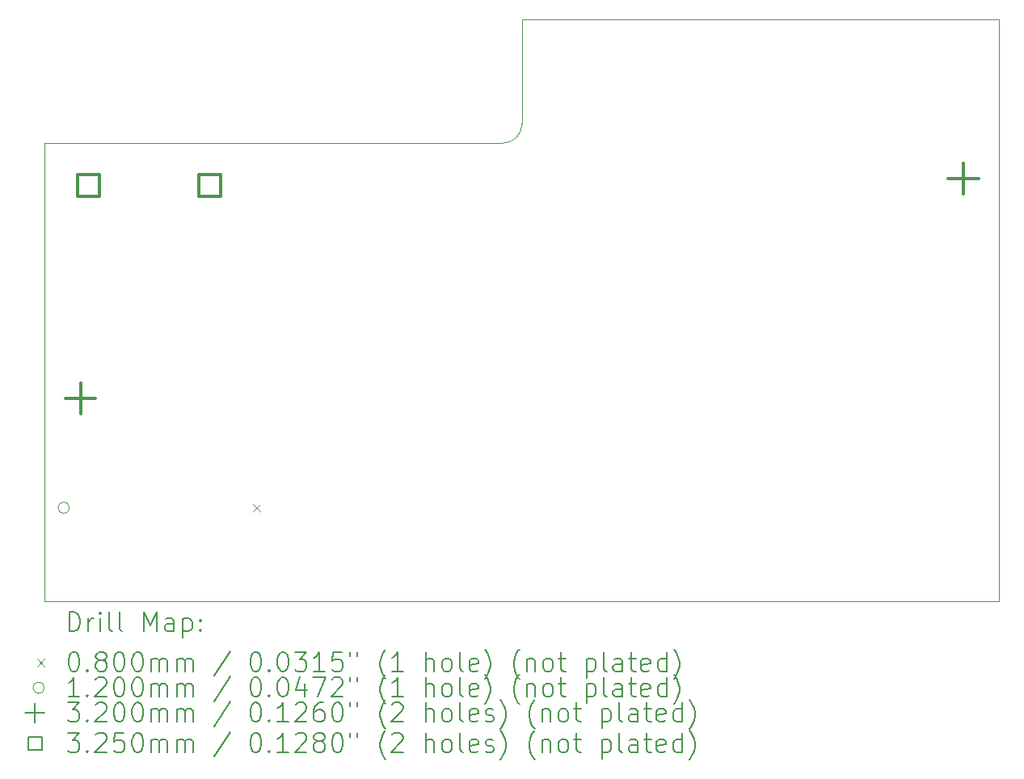
<source format=gbr>
%TF.GenerationSoftware,KiCad,Pcbnew,9.0.1*%
%TF.CreationDate,2025-08-07T18:16:20+02:00*%
%TF.ProjectId,Hauptmodul,48617570-746d-46f6-9475-6c2e6b696361,rev?*%
%TF.SameCoordinates,Original*%
%TF.FileFunction,Drillmap*%
%TF.FilePolarity,Positive*%
%FSLAX45Y45*%
G04 Gerber Fmt 4.5, Leading zero omitted, Abs format (unit mm)*
G04 Created by KiCad (PCBNEW 9.0.1) date 2025-08-07 18:16:20*
%MOMM*%
%LPD*%
G01*
G04 APERTURE LIST*
%ADD10C,0.050000*%
%ADD11C,0.200000*%
%ADD12C,0.100000*%
%ADD13C,0.120000*%
%ADD14C,0.320000*%
%ADD15C,0.325000*%
G04 APERTURE END LIST*
D10*
X15000000Y-5500000D02*
G75*
G02*
X14800000Y-5700000I-200000J0D01*
G01*
X10000000Y-10500000D02*
X20000000Y-10500000D01*
X10000000Y-10500000D02*
X10000000Y-5700000D01*
X15000000Y-5500000D02*
X15000000Y-4400000D01*
X10000000Y-5700000D02*
X14800000Y-5700000D01*
X20000000Y-10500000D02*
X20000000Y-4400000D01*
X20000000Y-4400000D02*
X15000000Y-4400000D01*
D11*
D12*
X12180000Y-9480000D02*
X12260000Y-9560000D01*
X12260000Y-9480000D02*
X12180000Y-9560000D01*
D13*
X10260000Y-9520000D02*
G75*
G02*
X10140000Y-9520000I-60000J0D01*
G01*
X10140000Y-9520000D02*
G75*
G02*
X10260000Y-9520000I60000J0D01*
G01*
D14*
X10375000Y-8215000D02*
X10375000Y-8535000D01*
X10215000Y-8375000D02*
X10535000Y-8375000D01*
X19625000Y-5915000D02*
X19625000Y-6235000D01*
X19465000Y-6075000D02*
X19785000Y-6075000D01*
D15*
X10575906Y-6260906D02*
X10575906Y-6031094D01*
X10346094Y-6031094D01*
X10346094Y-6260906D01*
X10575906Y-6260906D01*
X11845906Y-6260906D02*
X11845906Y-6031094D01*
X11616094Y-6031094D01*
X11616094Y-6260906D01*
X11845906Y-6260906D01*
D11*
X10258277Y-10813984D02*
X10258277Y-10613984D01*
X10258277Y-10613984D02*
X10305896Y-10613984D01*
X10305896Y-10613984D02*
X10334467Y-10623508D01*
X10334467Y-10623508D02*
X10353515Y-10642555D01*
X10353515Y-10642555D02*
X10363039Y-10661603D01*
X10363039Y-10661603D02*
X10372563Y-10699698D01*
X10372563Y-10699698D02*
X10372563Y-10728270D01*
X10372563Y-10728270D02*
X10363039Y-10766365D01*
X10363039Y-10766365D02*
X10353515Y-10785412D01*
X10353515Y-10785412D02*
X10334467Y-10804460D01*
X10334467Y-10804460D02*
X10305896Y-10813984D01*
X10305896Y-10813984D02*
X10258277Y-10813984D01*
X10458277Y-10813984D02*
X10458277Y-10680650D01*
X10458277Y-10718746D02*
X10467801Y-10699698D01*
X10467801Y-10699698D02*
X10477324Y-10690174D01*
X10477324Y-10690174D02*
X10496372Y-10680650D01*
X10496372Y-10680650D02*
X10515420Y-10680650D01*
X10582086Y-10813984D02*
X10582086Y-10680650D01*
X10582086Y-10613984D02*
X10572563Y-10623508D01*
X10572563Y-10623508D02*
X10582086Y-10633031D01*
X10582086Y-10633031D02*
X10591610Y-10623508D01*
X10591610Y-10623508D02*
X10582086Y-10613984D01*
X10582086Y-10613984D02*
X10582086Y-10633031D01*
X10705896Y-10813984D02*
X10686848Y-10804460D01*
X10686848Y-10804460D02*
X10677324Y-10785412D01*
X10677324Y-10785412D02*
X10677324Y-10613984D01*
X10810658Y-10813984D02*
X10791610Y-10804460D01*
X10791610Y-10804460D02*
X10782086Y-10785412D01*
X10782086Y-10785412D02*
X10782086Y-10613984D01*
X11039229Y-10813984D02*
X11039229Y-10613984D01*
X11039229Y-10613984D02*
X11105896Y-10756841D01*
X11105896Y-10756841D02*
X11172563Y-10613984D01*
X11172563Y-10613984D02*
X11172563Y-10813984D01*
X11353515Y-10813984D02*
X11353515Y-10709222D01*
X11353515Y-10709222D02*
X11343991Y-10690174D01*
X11343991Y-10690174D02*
X11324943Y-10680650D01*
X11324943Y-10680650D02*
X11286848Y-10680650D01*
X11286848Y-10680650D02*
X11267801Y-10690174D01*
X11353515Y-10804460D02*
X11334467Y-10813984D01*
X11334467Y-10813984D02*
X11286848Y-10813984D01*
X11286848Y-10813984D02*
X11267801Y-10804460D01*
X11267801Y-10804460D02*
X11258277Y-10785412D01*
X11258277Y-10785412D02*
X11258277Y-10766365D01*
X11258277Y-10766365D02*
X11267801Y-10747317D01*
X11267801Y-10747317D02*
X11286848Y-10737793D01*
X11286848Y-10737793D02*
X11334467Y-10737793D01*
X11334467Y-10737793D02*
X11353515Y-10728270D01*
X11448753Y-10680650D02*
X11448753Y-10880650D01*
X11448753Y-10690174D02*
X11467801Y-10680650D01*
X11467801Y-10680650D02*
X11505896Y-10680650D01*
X11505896Y-10680650D02*
X11524943Y-10690174D01*
X11524943Y-10690174D02*
X11534467Y-10699698D01*
X11534467Y-10699698D02*
X11543991Y-10718746D01*
X11543991Y-10718746D02*
X11543991Y-10775889D01*
X11543991Y-10775889D02*
X11534467Y-10794936D01*
X11534467Y-10794936D02*
X11524943Y-10804460D01*
X11524943Y-10804460D02*
X11505896Y-10813984D01*
X11505896Y-10813984D02*
X11467801Y-10813984D01*
X11467801Y-10813984D02*
X11448753Y-10804460D01*
X11629705Y-10794936D02*
X11639229Y-10804460D01*
X11639229Y-10804460D02*
X11629705Y-10813984D01*
X11629705Y-10813984D02*
X11620182Y-10804460D01*
X11620182Y-10804460D02*
X11629705Y-10794936D01*
X11629705Y-10794936D02*
X11629705Y-10813984D01*
X11629705Y-10690174D02*
X11639229Y-10699698D01*
X11639229Y-10699698D02*
X11629705Y-10709222D01*
X11629705Y-10709222D02*
X11620182Y-10699698D01*
X11620182Y-10699698D02*
X11629705Y-10690174D01*
X11629705Y-10690174D02*
X11629705Y-10709222D01*
D12*
X9917500Y-11102500D02*
X9997500Y-11182500D01*
X9997500Y-11102500D02*
X9917500Y-11182500D01*
D11*
X10296372Y-11033984D02*
X10315420Y-11033984D01*
X10315420Y-11033984D02*
X10334467Y-11043508D01*
X10334467Y-11043508D02*
X10343991Y-11053031D01*
X10343991Y-11053031D02*
X10353515Y-11072079D01*
X10353515Y-11072079D02*
X10363039Y-11110174D01*
X10363039Y-11110174D02*
X10363039Y-11157793D01*
X10363039Y-11157793D02*
X10353515Y-11195888D01*
X10353515Y-11195888D02*
X10343991Y-11214936D01*
X10343991Y-11214936D02*
X10334467Y-11224460D01*
X10334467Y-11224460D02*
X10315420Y-11233984D01*
X10315420Y-11233984D02*
X10296372Y-11233984D01*
X10296372Y-11233984D02*
X10277324Y-11224460D01*
X10277324Y-11224460D02*
X10267801Y-11214936D01*
X10267801Y-11214936D02*
X10258277Y-11195888D01*
X10258277Y-11195888D02*
X10248753Y-11157793D01*
X10248753Y-11157793D02*
X10248753Y-11110174D01*
X10248753Y-11110174D02*
X10258277Y-11072079D01*
X10258277Y-11072079D02*
X10267801Y-11053031D01*
X10267801Y-11053031D02*
X10277324Y-11043508D01*
X10277324Y-11043508D02*
X10296372Y-11033984D01*
X10448753Y-11214936D02*
X10458277Y-11224460D01*
X10458277Y-11224460D02*
X10448753Y-11233984D01*
X10448753Y-11233984D02*
X10439229Y-11224460D01*
X10439229Y-11224460D02*
X10448753Y-11214936D01*
X10448753Y-11214936D02*
X10448753Y-11233984D01*
X10572563Y-11119698D02*
X10553515Y-11110174D01*
X10553515Y-11110174D02*
X10543991Y-11100650D01*
X10543991Y-11100650D02*
X10534467Y-11081603D01*
X10534467Y-11081603D02*
X10534467Y-11072079D01*
X10534467Y-11072079D02*
X10543991Y-11053031D01*
X10543991Y-11053031D02*
X10553515Y-11043508D01*
X10553515Y-11043508D02*
X10572563Y-11033984D01*
X10572563Y-11033984D02*
X10610658Y-11033984D01*
X10610658Y-11033984D02*
X10629705Y-11043508D01*
X10629705Y-11043508D02*
X10639229Y-11053031D01*
X10639229Y-11053031D02*
X10648753Y-11072079D01*
X10648753Y-11072079D02*
X10648753Y-11081603D01*
X10648753Y-11081603D02*
X10639229Y-11100650D01*
X10639229Y-11100650D02*
X10629705Y-11110174D01*
X10629705Y-11110174D02*
X10610658Y-11119698D01*
X10610658Y-11119698D02*
X10572563Y-11119698D01*
X10572563Y-11119698D02*
X10553515Y-11129222D01*
X10553515Y-11129222D02*
X10543991Y-11138746D01*
X10543991Y-11138746D02*
X10534467Y-11157793D01*
X10534467Y-11157793D02*
X10534467Y-11195888D01*
X10534467Y-11195888D02*
X10543991Y-11214936D01*
X10543991Y-11214936D02*
X10553515Y-11224460D01*
X10553515Y-11224460D02*
X10572563Y-11233984D01*
X10572563Y-11233984D02*
X10610658Y-11233984D01*
X10610658Y-11233984D02*
X10629705Y-11224460D01*
X10629705Y-11224460D02*
X10639229Y-11214936D01*
X10639229Y-11214936D02*
X10648753Y-11195888D01*
X10648753Y-11195888D02*
X10648753Y-11157793D01*
X10648753Y-11157793D02*
X10639229Y-11138746D01*
X10639229Y-11138746D02*
X10629705Y-11129222D01*
X10629705Y-11129222D02*
X10610658Y-11119698D01*
X10772563Y-11033984D02*
X10791610Y-11033984D01*
X10791610Y-11033984D02*
X10810658Y-11043508D01*
X10810658Y-11043508D02*
X10820182Y-11053031D01*
X10820182Y-11053031D02*
X10829705Y-11072079D01*
X10829705Y-11072079D02*
X10839229Y-11110174D01*
X10839229Y-11110174D02*
X10839229Y-11157793D01*
X10839229Y-11157793D02*
X10829705Y-11195888D01*
X10829705Y-11195888D02*
X10820182Y-11214936D01*
X10820182Y-11214936D02*
X10810658Y-11224460D01*
X10810658Y-11224460D02*
X10791610Y-11233984D01*
X10791610Y-11233984D02*
X10772563Y-11233984D01*
X10772563Y-11233984D02*
X10753515Y-11224460D01*
X10753515Y-11224460D02*
X10743991Y-11214936D01*
X10743991Y-11214936D02*
X10734467Y-11195888D01*
X10734467Y-11195888D02*
X10724944Y-11157793D01*
X10724944Y-11157793D02*
X10724944Y-11110174D01*
X10724944Y-11110174D02*
X10734467Y-11072079D01*
X10734467Y-11072079D02*
X10743991Y-11053031D01*
X10743991Y-11053031D02*
X10753515Y-11043508D01*
X10753515Y-11043508D02*
X10772563Y-11033984D01*
X10963039Y-11033984D02*
X10982086Y-11033984D01*
X10982086Y-11033984D02*
X11001134Y-11043508D01*
X11001134Y-11043508D02*
X11010658Y-11053031D01*
X11010658Y-11053031D02*
X11020182Y-11072079D01*
X11020182Y-11072079D02*
X11029705Y-11110174D01*
X11029705Y-11110174D02*
X11029705Y-11157793D01*
X11029705Y-11157793D02*
X11020182Y-11195888D01*
X11020182Y-11195888D02*
X11010658Y-11214936D01*
X11010658Y-11214936D02*
X11001134Y-11224460D01*
X11001134Y-11224460D02*
X10982086Y-11233984D01*
X10982086Y-11233984D02*
X10963039Y-11233984D01*
X10963039Y-11233984D02*
X10943991Y-11224460D01*
X10943991Y-11224460D02*
X10934467Y-11214936D01*
X10934467Y-11214936D02*
X10924944Y-11195888D01*
X10924944Y-11195888D02*
X10915420Y-11157793D01*
X10915420Y-11157793D02*
X10915420Y-11110174D01*
X10915420Y-11110174D02*
X10924944Y-11072079D01*
X10924944Y-11072079D02*
X10934467Y-11053031D01*
X10934467Y-11053031D02*
X10943991Y-11043508D01*
X10943991Y-11043508D02*
X10963039Y-11033984D01*
X11115420Y-11233984D02*
X11115420Y-11100650D01*
X11115420Y-11119698D02*
X11124944Y-11110174D01*
X11124944Y-11110174D02*
X11143991Y-11100650D01*
X11143991Y-11100650D02*
X11172563Y-11100650D01*
X11172563Y-11100650D02*
X11191610Y-11110174D01*
X11191610Y-11110174D02*
X11201134Y-11129222D01*
X11201134Y-11129222D02*
X11201134Y-11233984D01*
X11201134Y-11129222D02*
X11210658Y-11110174D01*
X11210658Y-11110174D02*
X11229705Y-11100650D01*
X11229705Y-11100650D02*
X11258277Y-11100650D01*
X11258277Y-11100650D02*
X11277324Y-11110174D01*
X11277324Y-11110174D02*
X11286848Y-11129222D01*
X11286848Y-11129222D02*
X11286848Y-11233984D01*
X11382086Y-11233984D02*
X11382086Y-11100650D01*
X11382086Y-11119698D02*
X11391610Y-11110174D01*
X11391610Y-11110174D02*
X11410658Y-11100650D01*
X11410658Y-11100650D02*
X11439229Y-11100650D01*
X11439229Y-11100650D02*
X11458277Y-11110174D01*
X11458277Y-11110174D02*
X11467801Y-11129222D01*
X11467801Y-11129222D02*
X11467801Y-11233984D01*
X11467801Y-11129222D02*
X11477324Y-11110174D01*
X11477324Y-11110174D02*
X11496372Y-11100650D01*
X11496372Y-11100650D02*
X11524943Y-11100650D01*
X11524943Y-11100650D02*
X11543991Y-11110174D01*
X11543991Y-11110174D02*
X11553515Y-11129222D01*
X11553515Y-11129222D02*
X11553515Y-11233984D01*
X11943991Y-11024460D02*
X11772563Y-11281603D01*
X12201134Y-11033984D02*
X12220182Y-11033984D01*
X12220182Y-11033984D02*
X12239229Y-11043508D01*
X12239229Y-11043508D02*
X12248753Y-11053031D01*
X12248753Y-11053031D02*
X12258277Y-11072079D01*
X12258277Y-11072079D02*
X12267801Y-11110174D01*
X12267801Y-11110174D02*
X12267801Y-11157793D01*
X12267801Y-11157793D02*
X12258277Y-11195888D01*
X12258277Y-11195888D02*
X12248753Y-11214936D01*
X12248753Y-11214936D02*
X12239229Y-11224460D01*
X12239229Y-11224460D02*
X12220182Y-11233984D01*
X12220182Y-11233984D02*
X12201134Y-11233984D01*
X12201134Y-11233984D02*
X12182086Y-11224460D01*
X12182086Y-11224460D02*
X12172563Y-11214936D01*
X12172563Y-11214936D02*
X12163039Y-11195888D01*
X12163039Y-11195888D02*
X12153515Y-11157793D01*
X12153515Y-11157793D02*
X12153515Y-11110174D01*
X12153515Y-11110174D02*
X12163039Y-11072079D01*
X12163039Y-11072079D02*
X12172563Y-11053031D01*
X12172563Y-11053031D02*
X12182086Y-11043508D01*
X12182086Y-11043508D02*
X12201134Y-11033984D01*
X12353515Y-11214936D02*
X12363039Y-11224460D01*
X12363039Y-11224460D02*
X12353515Y-11233984D01*
X12353515Y-11233984D02*
X12343991Y-11224460D01*
X12343991Y-11224460D02*
X12353515Y-11214936D01*
X12353515Y-11214936D02*
X12353515Y-11233984D01*
X12486848Y-11033984D02*
X12505896Y-11033984D01*
X12505896Y-11033984D02*
X12524944Y-11043508D01*
X12524944Y-11043508D02*
X12534467Y-11053031D01*
X12534467Y-11053031D02*
X12543991Y-11072079D01*
X12543991Y-11072079D02*
X12553515Y-11110174D01*
X12553515Y-11110174D02*
X12553515Y-11157793D01*
X12553515Y-11157793D02*
X12543991Y-11195888D01*
X12543991Y-11195888D02*
X12534467Y-11214936D01*
X12534467Y-11214936D02*
X12524944Y-11224460D01*
X12524944Y-11224460D02*
X12505896Y-11233984D01*
X12505896Y-11233984D02*
X12486848Y-11233984D01*
X12486848Y-11233984D02*
X12467801Y-11224460D01*
X12467801Y-11224460D02*
X12458277Y-11214936D01*
X12458277Y-11214936D02*
X12448753Y-11195888D01*
X12448753Y-11195888D02*
X12439229Y-11157793D01*
X12439229Y-11157793D02*
X12439229Y-11110174D01*
X12439229Y-11110174D02*
X12448753Y-11072079D01*
X12448753Y-11072079D02*
X12458277Y-11053031D01*
X12458277Y-11053031D02*
X12467801Y-11043508D01*
X12467801Y-11043508D02*
X12486848Y-11033984D01*
X12620182Y-11033984D02*
X12743991Y-11033984D01*
X12743991Y-11033984D02*
X12677325Y-11110174D01*
X12677325Y-11110174D02*
X12705896Y-11110174D01*
X12705896Y-11110174D02*
X12724944Y-11119698D01*
X12724944Y-11119698D02*
X12734467Y-11129222D01*
X12734467Y-11129222D02*
X12743991Y-11148270D01*
X12743991Y-11148270D02*
X12743991Y-11195888D01*
X12743991Y-11195888D02*
X12734467Y-11214936D01*
X12734467Y-11214936D02*
X12724944Y-11224460D01*
X12724944Y-11224460D02*
X12705896Y-11233984D01*
X12705896Y-11233984D02*
X12648753Y-11233984D01*
X12648753Y-11233984D02*
X12629706Y-11224460D01*
X12629706Y-11224460D02*
X12620182Y-11214936D01*
X12934467Y-11233984D02*
X12820182Y-11233984D01*
X12877325Y-11233984D02*
X12877325Y-11033984D01*
X12877325Y-11033984D02*
X12858277Y-11062555D01*
X12858277Y-11062555D02*
X12839229Y-11081603D01*
X12839229Y-11081603D02*
X12820182Y-11091127D01*
X13115420Y-11033984D02*
X13020182Y-11033984D01*
X13020182Y-11033984D02*
X13010658Y-11129222D01*
X13010658Y-11129222D02*
X13020182Y-11119698D01*
X13020182Y-11119698D02*
X13039229Y-11110174D01*
X13039229Y-11110174D02*
X13086848Y-11110174D01*
X13086848Y-11110174D02*
X13105896Y-11119698D01*
X13105896Y-11119698D02*
X13115420Y-11129222D01*
X13115420Y-11129222D02*
X13124944Y-11148270D01*
X13124944Y-11148270D02*
X13124944Y-11195888D01*
X13124944Y-11195888D02*
X13115420Y-11214936D01*
X13115420Y-11214936D02*
X13105896Y-11224460D01*
X13105896Y-11224460D02*
X13086848Y-11233984D01*
X13086848Y-11233984D02*
X13039229Y-11233984D01*
X13039229Y-11233984D02*
X13020182Y-11224460D01*
X13020182Y-11224460D02*
X13010658Y-11214936D01*
X13201134Y-11033984D02*
X13201134Y-11072079D01*
X13277325Y-11033984D02*
X13277325Y-11072079D01*
X13572563Y-11310174D02*
X13563039Y-11300650D01*
X13563039Y-11300650D02*
X13543991Y-11272079D01*
X13543991Y-11272079D02*
X13534468Y-11253031D01*
X13534468Y-11253031D02*
X13524944Y-11224460D01*
X13524944Y-11224460D02*
X13515420Y-11176841D01*
X13515420Y-11176841D02*
X13515420Y-11138746D01*
X13515420Y-11138746D02*
X13524944Y-11091127D01*
X13524944Y-11091127D02*
X13534468Y-11062555D01*
X13534468Y-11062555D02*
X13543991Y-11043508D01*
X13543991Y-11043508D02*
X13563039Y-11014936D01*
X13563039Y-11014936D02*
X13572563Y-11005412D01*
X13753515Y-11233984D02*
X13639229Y-11233984D01*
X13696372Y-11233984D02*
X13696372Y-11033984D01*
X13696372Y-11033984D02*
X13677325Y-11062555D01*
X13677325Y-11062555D02*
X13658277Y-11081603D01*
X13658277Y-11081603D02*
X13639229Y-11091127D01*
X13991610Y-11233984D02*
X13991610Y-11033984D01*
X14077325Y-11233984D02*
X14077325Y-11129222D01*
X14077325Y-11129222D02*
X14067801Y-11110174D01*
X14067801Y-11110174D02*
X14048753Y-11100650D01*
X14048753Y-11100650D02*
X14020182Y-11100650D01*
X14020182Y-11100650D02*
X14001134Y-11110174D01*
X14001134Y-11110174D02*
X13991610Y-11119698D01*
X14201134Y-11233984D02*
X14182087Y-11224460D01*
X14182087Y-11224460D02*
X14172563Y-11214936D01*
X14172563Y-11214936D02*
X14163039Y-11195888D01*
X14163039Y-11195888D02*
X14163039Y-11138746D01*
X14163039Y-11138746D02*
X14172563Y-11119698D01*
X14172563Y-11119698D02*
X14182087Y-11110174D01*
X14182087Y-11110174D02*
X14201134Y-11100650D01*
X14201134Y-11100650D02*
X14229706Y-11100650D01*
X14229706Y-11100650D02*
X14248753Y-11110174D01*
X14248753Y-11110174D02*
X14258277Y-11119698D01*
X14258277Y-11119698D02*
X14267801Y-11138746D01*
X14267801Y-11138746D02*
X14267801Y-11195888D01*
X14267801Y-11195888D02*
X14258277Y-11214936D01*
X14258277Y-11214936D02*
X14248753Y-11224460D01*
X14248753Y-11224460D02*
X14229706Y-11233984D01*
X14229706Y-11233984D02*
X14201134Y-11233984D01*
X14382087Y-11233984D02*
X14363039Y-11224460D01*
X14363039Y-11224460D02*
X14353515Y-11205412D01*
X14353515Y-11205412D02*
X14353515Y-11033984D01*
X14534468Y-11224460D02*
X14515420Y-11233984D01*
X14515420Y-11233984D02*
X14477325Y-11233984D01*
X14477325Y-11233984D02*
X14458277Y-11224460D01*
X14458277Y-11224460D02*
X14448753Y-11205412D01*
X14448753Y-11205412D02*
X14448753Y-11129222D01*
X14448753Y-11129222D02*
X14458277Y-11110174D01*
X14458277Y-11110174D02*
X14477325Y-11100650D01*
X14477325Y-11100650D02*
X14515420Y-11100650D01*
X14515420Y-11100650D02*
X14534468Y-11110174D01*
X14534468Y-11110174D02*
X14543991Y-11129222D01*
X14543991Y-11129222D02*
X14543991Y-11148270D01*
X14543991Y-11148270D02*
X14448753Y-11167317D01*
X14610658Y-11310174D02*
X14620182Y-11300650D01*
X14620182Y-11300650D02*
X14639230Y-11272079D01*
X14639230Y-11272079D02*
X14648753Y-11253031D01*
X14648753Y-11253031D02*
X14658277Y-11224460D01*
X14658277Y-11224460D02*
X14667801Y-11176841D01*
X14667801Y-11176841D02*
X14667801Y-11138746D01*
X14667801Y-11138746D02*
X14658277Y-11091127D01*
X14658277Y-11091127D02*
X14648753Y-11062555D01*
X14648753Y-11062555D02*
X14639230Y-11043508D01*
X14639230Y-11043508D02*
X14620182Y-11014936D01*
X14620182Y-11014936D02*
X14610658Y-11005412D01*
X14972563Y-11310174D02*
X14963039Y-11300650D01*
X14963039Y-11300650D02*
X14943991Y-11272079D01*
X14943991Y-11272079D02*
X14934468Y-11253031D01*
X14934468Y-11253031D02*
X14924944Y-11224460D01*
X14924944Y-11224460D02*
X14915420Y-11176841D01*
X14915420Y-11176841D02*
X14915420Y-11138746D01*
X14915420Y-11138746D02*
X14924944Y-11091127D01*
X14924944Y-11091127D02*
X14934468Y-11062555D01*
X14934468Y-11062555D02*
X14943991Y-11043508D01*
X14943991Y-11043508D02*
X14963039Y-11014936D01*
X14963039Y-11014936D02*
X14972563Y-11005412D01*
X15048753Y-11100650D02*
X15048753Y-11233984D01*
X15048753Y-11119698D02*
X15058277Y-11110174D01*
X15058277Y-11110174D02*
X15077325Y-11100650D01*
X15077325Y-11100650D02*
X15105896Y-11100650D01*
X15105896Y-11100650D02*
X15124944Y-11110174D01*
X15124944Y-11110174D02*
X15134468Y-11129222D01*
X15134468Y-11129222D02*
X15134468Y-11233984D01*
X15258277Y-11233984D02*
X15239230Y-11224460D01*
X15239230Y-11224460D02*
X15229706Y-11214936D01*
X15229706Y-11214936D02*
X15220182Y-11195888D01*
X15220182Y-11195888D02*
X15220182Y-11138746D01*
X15220182Y-11138746D02*
X15229706Y-11119698D01*
X15229706Y-11119698D02*
X15239230Y-11110174D01*
X15239230Y-11110174D02*
X15258277Y-11100650D01*
X15258277Y-11100650D02*
X15286849Y-11100650D01*
X15286849Y-11100650D02*
X15305896Y-11110174D01*
X15305896Y-11110174D02*
X15315420Y-11119698D01*
X15315420Y-11119698D02*
X15324944Y-11138746D01*
X15324944Y-11138746D02*
X15324944Y-11195888D01*
X15324944Y-11195888D02*
X15315420Y-11214936D01*
X15315420Y-11214936D02*
X15305896Y-11224460D01*
X15305896Y-11224460D02*
X15286849Y-11233984D01*
X15286849Y-11233984D02*
X15258277Y-11233984D01*
X15382087Y-11100650D02*
X15458277Y-11100650D01*
X15410658Y-11033984D02*
X15410658Y-11205412D01*
X15410658Y-11205412D02*
X15420182Y-11224460D01*
X15420182Y-11224460D02*
X15439230Y-11233984D01*
X15439230Y-11233984D02*
X15458277Y-11233984D01*
X15677325Y-11100650D02*
X15677325Y-11300650D01*
X15677325Y-11110174D02*
X15696372Y-11100650D01*
X15696372Y-11100650D02*
X15734468Y-11100650D01*
X15734468Y-11100650D02*
X15753515Y-11110174D01*
X15753515Y-11110174D02*
X15763039Y-11119698D01*
X15763039Y-11119698D02*
X15772563Y-11138746D01*
X15772563Y-11138746D02*
X15772563Y-11195888D01*
X15772563Y-11195888D02*
X15763039Y-11214936D01*
X15763039Y-11214936D02*
X15753515Y-11224460D01*
X15753515Y-11224460D02*
X15734468Y-11233984D01*
X15734468Y-11233984D02*
X15696372Y-11233984D01*
X15696372Y-11233984D02*
X15677325Y-11224460D01*
X15886849Y-11233984D02*
X15867801Y-11224460D01*
X15867801Y-11224460D02*
X15858277Y-11205412D01*
X15858277Y-11205412D02*
X15858277Y-11033984D01*
X16048753Y-11233984D02*
X16048753Y-11129222D01*
X16048753Y-11129222D02*
X16039230Y-11110174D01*
X16039230Y-11110174D02*
X16020182Y-11100650D01*
X16020182Y-11100650D02*
X15982087Y-11100650D01*
X15982087Y-11100650D02*
X15963039Y-11110174D01*
X16048753Y-11224460D02*
X16029706Y-11233984D01*
X16029706Y-11233984D02*
X15982087Y-11233984D01*
X15982087Y-11233984D02*
X15963039Y-11224460D01*
X15963039Y-11224460D02*
X15953515Y-11205412D01*
X15953515Y-11205412D02*
X15953515Y-11186365D01*
X15953515Y-11186365D02*
X15963039Y-11167317D01*
X15963039Y-11167317D02*
X15982087Y-11157793D01*
X15982087Y-11157793D02*
X16029706Y-11157793D01*
X16029706Y-11157793D02*
X16048753Y-11148270D01*
X16115420Y-11100650D02*
X16191611Y-11100650D01*
X16143992Y-11033984D02*
X16143992Y-11205412D01*
X16143992Y-11205412D02*
X16153515Y-11224460D01*
X16153515Y-11224460D02*
X16172563Y-11233984D01*
X16172563Y-11233984D02*
X16191611Y-11233984D01*
X16334468Y-11224460D02*
X16315420Y-11233984D01*
X16315420Y-11233984D02*
X16277325Y-11233984D01*
X16277325Y-11233984D02*
X16258277Y-11224460D01*
X16258277Y-11224460D02*
X16248753Y-11205412D01*
X16248753Y-11205412D02*
X16248753Y-11129222D01*
X16248753Y-11129222D02*
X16258277Y-11110174D01*
X16258277Y-11110174D02*
X16277325Y-11100650D01*
X16277325Y-11100650D02*
X16315420Y-11100650D01*
X16315420Y-11100650D02*
X16334468Y-11110174D01*
X16334468Y-11110174D02*
X16343992Y-11129222D01*
X16343992Y-11129222D02*
X16343992Y-11148270D01*
X16343992Y-11148270D02*
X16248753Y-11167317D01*
X16515420Y-11233984D02*
X16515420Y-11033984D01*
X16515420Y-11224460D02*
X16496373Y-11233984D01*
X16496373Y-11233984D02*
X16458277Y-11233984D01*
X16458277Y-11233984D02*
X16439230Y-11224460D01*
X16439230Y-11224460D02*
X16429706Y-11214936D01*
X16429706Y-11214936D02*
X16420182Y-11195888D01*
X16420182Y-11195888D02*
X16420182Y-11138746D01*
X16420182Y-11138746D02*
X16429706Y-11119698D01*
X16429706Y-11119698D02*
X16439230Y-11110174D01*
X16439230Y-11110174D02*
X16458277Y-11100650D01*
X16458277Y-11100650D02*
X16496373Y-11100650D01*
X16496373Y-11100650D02*
X16515420Y-11110174D01*
X16591611Y-11310174D02*
X16601134Y-11300650D01*
X16601134Y-11300650D02*
X16620182Y-11272079D01*
X16620182Y-11272079D02*
X16629706Y-11253031D01*
X16629706Y-11253031D02*
X16639230Y-11224460D01*
X16639230Y-11224460D02*
X16648753Y-11176841D01*
X16648753Y-11176841D02*
X16648753Y-11138746D01*
X16648753Y-11138746D02*
X16639230Y-11091127D01*
X16639230Y-11091127D02*
X16629706Y-11062555D01*
X16629706Y-11062555D02*
X16620182Y-11043508D01*
X16620182Y-11043508D02*
X16601134Y-11014936D01*
X16601134Y-11014936D02*
X16591611Y-11005412D01*
D13*
X9997500Y-11406500D02*
G75*
G02*
X9877500Y-11406500I-60000J0D01*
G01*
X9877500Y-11406500D02*
G75*
G02*
X9997500Y-11406500I60000J0D01*
G01*
D11*
X10363039Y-11497984D02*
X10248753Y-11497984D01*
X10305896Y-11497984D02*
X10305896Y-11297984D01*
X10305896Y-11297984D02*
X10286848Y-11326555D01*
X10286848Y-11326555D02*
X10267801Y-11345603D01*
X10267801Y-11345603D02*
X10248753Y-11355127D01*
X10448753Y-11478936D02*
X10458277Y-11488460D01*
X10458277Y-11488460D02*
X10448753Y-11497984D01*
X10448753Y-11497984D02*
X10439229Y-11488460D01*
X10439229Y-11488460D02*
X10448753Y-11478936D01*
X10448753Y-11478936D02*
X10448753Y-11497984D01*
X10534467Y-11317031D02*
X10543991Y-11307508D01*
X10543991Y-11307508D02*
X10563039Y-11297984D01*
X10563039Y-11297984D02*
X10610658Y-11297984D01*
X10610658Y-11297984D02*
X10629705Y-11307508D01*
X10629705Y-11307508D02*
X10639229Y-11317031D01*
X10639229Y-11317031D02*
X10648753Y-11336079D01*
X10648753Y-11336079D02*
X10648753Y-11355127D01*
X10648753Y-11355127D02*
X10639229Y-11383698D01*
X10639229Y-11383698D02*
X10524944Y-11497984D01*
X10524944Y-11497984D02*
X10648753Y-11497984D01*
X10772563Y-11297984D02*
X10791610Y-11297984D01*
X10791610Y-11297984D02*
X10810658Y-11307508D01*
X10810658Y-11307508D02*
X10820182Y-11317031D01*
X10820182Y-11317031D02*
X10829705Y-11336079D01*
X10829705Y-11336079D02*
X10839229Y-11374174D01*
X10839229Y-11374174D02*
X10839229Y-11421793D01*
X10839229Y-11421793D02*
X10829705Y-11459888D01*
X10829705Y-11459888D02*
X10820182Y-11478936D01*
X10820182Y-11478936D02*
X10810658Y-11488460D01*
X10810658Y-11488460D02*
X10791610Y-11497984D01*
X10791610Y-11497984D02*
X10772563Y-11497984D01*
X10772563Y-11497984D02*
X10753515Y-11488460D01*
X10753515Y-11488460D02*
X10743991Y-11478936D01*
X10743991Y-11478936D02*
X10734467Y-11459888D01*
X10734467Y-11459888D02*
X10724944Y-11421793D01*
X10724944Y-11421793D02*
X10724944Y-11374174D01*
X10724944Y-11374174D02*
X10734467Y-11336079D01*
X10734467Y-11336079D02*
X10743991Y-11317031D01*
X10743991Y-11317031D02*
X10753515Y-11307508D01*
X10753515Y-11307508D02*
X10772563Y-11297984D01*
X10963039Y-11297984D02*
X10982086Y-11297984D01*
X10982086Y-11297984D02*
X11001134Y-11307508D01*
X11001134Y-11307508D02*
X11010658Y-11317031D01*
X11010658Y-11317031D02*
X11020182Y-11336079D01*
X11020182Y-11336079D02*
X11029705Y-11374174D01*
X11029705Y-11374174D02*
X11029705Y-11421793D01*
X11029705Y-11421793D02*
X11020182Y-11459888D01*
X11020182Y-11459888D02*
X11010658Y-11478936D01*
X11010658Y-11478936D02*
X11001134Y-11488460D01*
X11001134Y-11488460D02*
X10982086Y-11497984D01*
X10982086Y-11497984D02*
X10963039Y-11497984D01*
X10963039Y-11497984D02*
X10943991Y-11488460D01*
X10943991Y-11488460D02*
X10934467Y-11478936D01*
X10934467Y-11478936D02*
X10924944Y-11459888D01*
X10924944Y-11459888D02*
X10915420Y-11421793D01*
X10915420Y-11421793D02*
X10915420Y-11374174D01*
X10915420Y-11374174D02*
X10924944Y-11336079D01*
X10924944Y-11336079D02*
X10934467Y-11317031D01*
X10934467Y-11317031D02*
X10943991Y-11307508D01*
X10943991Y-11307508D02*
X10963039Y-11297984D01*
X11115420Y-11497984D02*
X11115420Y-11364650D01*
X11115420Y-11383698D02*
X11124944Y-11374174D01*
X11124944Y-11374174D02*
X11143991Y-11364650D01*
X11143991Y-11364650D02*
X11172563Y-11364650D01*
X11172563Y-11364650D02*
X11191610Y-11374174D01*
X11191610Y-11374174D02*
X11201134Y-11393222D01*
X11201134Y-11393222D02*
X11201134Y-11497984D01*
X11201134Y-11393222D02*
X11210658Y-11374174D01*
X11210658Y-11374174D02*
X11229705Y-11364650D01*
X11229705Y-11364650D02*
X11258277Y-11364650D01*
X11258277Y-11364650D02*
X11277324Y-11374174D01*
X11277324Y-11374174D02*
X11286848Y-11393222D01*
X11286848Y-11393222D02*
X11286848Y-11497984D01*
X11382086Y-11497984D02*
X11382086Y-11364650D01*
X11382086Y-11383698D02*
X11391610Y-11374174D01*
X11391610Y-11374174D02*
X11410658Y-11364650D01*
X11410658Y-11364650D02*
X11439229Y-11364650D01*
X11439229Y-11364650D02*
X11458277Y-11374174D01*
X11458277Y-11374174D02*
X11467801Y-11393222D01*
X11467801Y-11393222D02*
X11467801Y-11497984D01*
X11467801Y-11393222D02*
X11477324Y-11374174D01*
X11477324Y-11374174D02*
X11496372Y-11364650D01*
X11496372Y-11364650D02*
X11524943Y-11364650D01*
X11524943Y-11364650D02*
X11543991Y-11374174D01*
X11543991Y-11374174D02*
X11553515Y-11393222D01*
X11553515Y-11393222D02*
X11553515Y-11497984D01*
X11943991Y-11288460D02*
X11772563Y-11545603D01*
X12201134Y-11297984D02*
X12220182Y-11297984D01*
X12220182Y-11297984D02*
X12239229Y-11307508D01*
X12239229Y-11307508D02*
X12248753Y-11317031D01*
X12248753Y-11317031D02*
X12258277Y-11336079D01*
X12258277Y-11336079D02*
X12267801Y-11374174D01*
X12267801Y-11374174D02*
X12267801Y-11421793D01*
X12267801Y-11421793D02*
X12258277Y-11459888D01*
X12258277Y-11459888D02*
X12248753Y-11478936D01*
X12248753Y-11478936D02*
X12239229Y-11488460D01*
X12239229Y-11488460D02*
X12220182Y-11497984D01*
X12220182Y-11497984D02*
X12201134Y-11497984D01*
X12201134Y-11497984D02*
X12182086Y-11488460D01*
X12182086Y-11488460D02*
X12172563Y-11478936D01*
X12172563Y-11478936D02*
X12163039Y-11459888D01*
X12163039Y-11459888D02*
X12153515Y-11421793D01*
X12153515Y-11421793D02*
X12153515Y-11374174D01*
X12153515Y-11374174D02*
X12163039Y-11336079D01*
X12163039Y-11336079D02*
X12172563Y-11317031D01*
X12172563Y-11317031D02*
X12182086Y-11307508D01*
X12182086Y-11307508D02*
X12201134Y-11297984D01*
X12353515Y-11478936D02*
X12363039Y-11488460D01*
X12363039Y-11488460D02*
X12353515Y-11497984D01*
X12353515Y-11497984D02*
X12343991Y-11488460D01*
X12343991Y-11488460D02*
X12353515Y-11478936D01*
X12353515Y-11478936D02*
X12353515Y-11497984D01*
X12486848Y-11297984D02*
X12505896Y-11297984D01*
X12505896Y-11297984D02*
X12524944Y-11307508D01*
X12524944Y-11307508D02*
X12534467Y-11317031D01*
X12534467Y-11317031D02*
X12543991Y-11336079D01*
X12543991Y-11336079D02*
X12553515Y-11374174D01*
X12553515Y-11374174D02*
X12553515Y-11421793D01*
X12553515Y-11421793D02*
X12543991Y-11459888D01*
X12543991Y-11459888D02*
X12534467Y-11478936D01*
X12534467Y-11478936D02*
X12524944Y-11488460D01*
X12524944Y-11488460D02*
X12505896Y-11497984D01*
X12505896Y-11497984D02*
X12486848Y-11497984D01*
X12486848Y-11497984D02*
X12467801Y-11488460D01*
X12467801Y-11488460D02*
X12458277Y-11478936D01*
X12458277Y-11478936D02*
X12448753Y-11459888D01*
X12448753Y-11459888D02*
X12439229Y-11421793D01*
X12439229Y-11421793D02*
X12439229Y-11374174D01*
X12439229Y-11374174D02*
X12448753Y-11336079D01*
X12448753Y-11336079D02*
X12458277Y-11317031D01*
X12458277Y-11317031D02*
X12467801Y-11307508D01*
X12467801Y-11307508D02*
X12486848Y-11297984D01*
X12724944Y-11364650D02*
X12724944Y-11497984D01*
X12677325Y-11288460D02*
X12629706Y-11431317D01*
X12629706Y-11431317D02*
X12753515Y-11431317D01*
X12810658Y-11297984D02*
X12943991Y-11297984D01*
X12943991Y-11297984D02*
X12858277Y-11497984D01*
X13010658Y-11317031D02*
X13020182Y-11307508D01*
X13020182Y-11307508D02*
X13039229Y-11297984D01*
X13039229Y-11297984D02*
X13086848Y-11297984D01*
X13086848Y-11297984D02*
X13105896Y-11307508D01*
X13105896Y-11307508D02*
X13115420Y-11317031D01*
X13115420Y-11317031D02*
X13124944Y-11336079D01*
X13124944Y-11336079D02*
X13124944Y-11355127D01*
X13124944Y-11355127D02*
X13115420Y-11383698D01*
X13115420Y-11383698D02*
X13001134Y-11497984D01*
X13001134Y-11497984D02*
X13124944Y-11497984D01*
X13201134Y-11297984D02*
X13201134Y-11336079D01*
X13277325Y-11297984D02*
X13277325Y-11336079D01*
X13572563Y-11574174D02*
X13563039Y-11564650D01*
X13563039Y-11564650D02*
X13543991Y-11536079D01*
X13543991Y-11536079D02*
X13534468Y-11517031D01*
X13534468Y-11517031D02*
X13524944Y-11488460D01*
X13524944Y-11488460D02*
X13515420Y-11440841D01*
X13515420Y-11440841D02*
X13515420Y-11402746D01*
X13515420Y-11402746D02*
X13524944Y-11355127D01*
X13524944Y-11355127D02*
X13534468Y-11326555D01*
X13534468Y-11326555D02*
X13543991Y-11307508D01*
X13543991Y-11307508D02*
X13563039Y-11278936D01*
X13563039Y-11278936D02*
X13572563Y-11269412D01*
X13753515Y-11497984D02*
X13639229Y-11497984D01*
X13696372Y-11497984D02*
X13696372Y-11297984D01*
X13696372Y-11297984D02*
X13677325Y-11326555D01*
X13677325Y-11326555D02*
X13658277Y-11345603D01*
X13658277Y-11345603D02*
X13639229Y-11355127D01*
X13991610Y-11497984D02*
X13991610Y-11297984D01*
X14077325Y-11497984D02*
X14077325Y-11393222D01*
X14077325Y-11393222D02*
X14067801Y-11374174D01*
X14067801Y-11374174D02*
X14048753Y-11364650D01*
X14048753Y-11364650D02*
X14020182Y-11364650D01*
X14020182Y-11364650D02*
X14001134Y-11374174D01*
X14001134Y-11374174D02*
X13991610Y-11383698D01*
X14201134Y-11497984D02*
X14182087Y-11488460D01*
X14182087Y-11488460D02*
X14172563Y-11478936D01*
X14172563Y-11478936D02*
X14163039Y-11459888D01*
X14163039Y-11459888D02*
X14163039Y-11402746D01*
X14163039Y-11402746D02*
X14172563Y-11383698D01*
X14172563Y-11383698D02*
X14182087Y-11374174D01*
X14182087Y-11374174D02*
X14201134Y-11364650D01*
X14201134Y-11364650D02*
X14229706Y-11364650D01*
X14229706Y-11364650D02*
X14248753Y-11374174D01*
X14248753Y-11374174D02*
X14258277Y-11383698D01*
X14258277Y-11383698D02*
X14267801Y-11402746D01*
X14267801Y-11402746D02*
X14267801Y-11459888D01*
X14267801Y-11459888D02*
X14258277Y-11478936D01*
X14258277Y-11478936D02*
X14248753Y-11488460D01*
X14248753Y-11488460D02*
X14229706Y-11497984D01*
X14229706Y-11497984D02*
X14201134Y-11497984D01*
X14382087Y-11497984D02*
X14363039Y-11488460D01*
X14363039Y-11488460D02*
X14353515Y-11469412D01*
X14353515Y-11469412D02*
X14353515Y-11297984D01*
X14534468Y-11488460D02*
X14515420Y-11497984D01*
X14515420Y-11497984D02*
X14477325Y-11497984D01*
X14477325Y-11497984D02*
X14458277Y-11488460D01*
X14458277Y-11488460D02*
X14448753Y-11469412D01*
X14448753Y-11469412D02*
X14448753Y-11393222D01*
X14448753Y-11393222D02*
X14458277Y-11374174D01*
X14458277Y-11374174D02*
X14477325Y-11364650D01*
X14477325Y-11364650D02*
X14515420Y-11364650D01*
X14515420Y-11364650D02*
X14534468Y-11374174D01*
X14534468Y-11374174D02*
X14543991Y-11393222D01*
X14543991Y-11393222D02*
X14543991Y-11412269D01*
X14543991Y-11412269D02*
X14448753Y-11431317D01*
X14610658Y-11574174D02*
X14620182Y-11564650D01*
X14620182Y-11564650D02*
X14639230Y-11536079D01*
X14639230Y-11536079D02*
X14648753Y-11517031D01*
X14648753Y-11517031D02*
X14658277Y-11488460D01*
X14658277Y-11488460D02*
X14667801Y-11440841D01*
X14667801Y-11440841D02*
X14667801Y-11402746D01*
X14667801Y-11402746D02*
X14658277Y-11355127D01*
X14658277Y-11355127D02*
X14648753Y-11326555D01*
X14648753Y-11326555D02*
X14639230Y-11307508D01*
X14639230Y-11307508D02*
X14620182Y-11278936D01*
X14620182Y-11278936D02*
X14610658Y-11269412D01*
X14972563Y-11574174D02*
X14963039Y-11564650D01*
X14963039Y-11564650D02*
X14943991Y-11536079D01*
X14943991Y-11536079D02*
X14934468Y-11517031D01*
X14934468Y-11517031D02*
X14924944Y-11488460D01*
X14924944Y-11488460D02*
X14915420Y-11440841D01*
X14915420Y-11440841D02*
X14915420Y-11402746D01*
X14915420Y-11402746D02*
X14924944Y-11355127D01*
X14924944Y-11355127D02*
X14934468Y-11326555D01*
X14934468Y-11326555D02*
X14943991Y-11307508D01*
X14943991Y-11307508D02*
X14963039Y-11278936D01*
X14963039Y-11278936D02*
X14972563Y-11269412D01*
X15048753Y-11364650D02*
X15048753Y-11497984D01*
X15048753Y-11383698D02*
X15058277Y-11374174D01*
X15058277Y-11374174D02*
X15077325Y-11364650D01*
X15077325Y-11364650D02*
X15105896Y-11364650D01*
X15105896Y-11364650D02*
X15124944Y-11374174D01*
X15124944Y-11374174D02*
X15134468Y-11393222D01*
X15134468Y-11393222D02*
X15134468Y-11497984D01*
X15258277Y-11497984D02*
X15239230Y-11488460D01*
X15239230Y-11488460D02*
X15229706Y-11478936D01*
X15229706Y-11478936D02*
X15220182Y-11459888D01*
X15220182Y-11459888D02*
X15220182Y-11402746D01*
X15220182Y-11402746D02*
X15229706Y-11383698D01*
X15229706Y-11383698D02*
X15239230Y-11374174D01*
X15239230Y-11374174D02*
X15258277Y-11364650D01*
X15258277Y-11364650D02*
X15286849Y-11364650D01*
X15286849Y-11364650D02*
X15305896Y-11374174D01*
X15305896Y-11374174D02*
X15315420Y-11383698D01*
X15315420Y-11383698D02*
X15324944Y-11402746D01*
X15324944Y-11402746D02*
X15324944Y-11459888D01*
X15324944Y-11459888D02*
X15315420Y-11478936D01*
X15315420Y-11478936D02*
X15305896Y-11488460D01*
X15305896Y-11488460D02*
X15286849Y-11497984D01*
X15286849Y-11497984D02*
X15258277Y-11497984D01*
X15382087Y-11364650D02*
X15458277Y-11364650D01*
X15410658Y-11297984D02*
X15410658Y-11469412D01*
X15410658Y-11469412D02*
X15420182Y-11488460D01*
X15420182Y-11488460D02*
X15439230Y-11497984D01*
X15439230Y-11497984D02*
X15458277Y-11497984D01*
X15677325Y-11364650D02*
X15677325Y-11564650D01*
X15677325Y-11374174D02*
X15696372Y-11364650D01*
X15696372Y-11364650D02*
X15734468Y-11364650D01*
X15734468Y-11364650D02*
X15753515Y-11374174D01*
X15753515Y-11374174D02*
X15763039Y-11383698D01*
X15763039Y-11383698D02*
X15772563Y-11402746D01*
X15772563Y-11402746D02*
X15772563Y-11459888D01*
X15772563Y-11459888D02*
X15763039Y-11478936D01*
X15763039Y-11478936D02*
X15753515Y-11488460D01*
X15753515Y-11488460D02*
X15734468Y-11497984D01*
X15734468Y-11497984D02*
X15696372Y-11497984D01*
X15696372Y-11497984D02*
X15677325Y-11488460D01*
X15886849Y-11497984D02*
X15867801Y-11488460D01*
X15867801Y-11488460D02*
X15858277Y-11469412D01*
X15858277Y-11469412D02*
X15858277Y-11297984D01*
X16048753Y-11497984D02*
X16048753Y-11393222D01*
X16048753Y-11393222D02*
X16039230Y-11374174D01*
X16039230Y-11374174D02*
X16020182Y-11364650D01*
X16020182Y-11364650D02*
X15982087Y-11364650D01*
X15982087Y-11364650D02*
X15963039Y-11374174D01*
X16048753Y-11488460D02*
X16029706Y-11497984D01*
X16029706Y-11497984D02*
X15982087Y-11497984D01*
X15982087Y-11497984D02*
X15963039Y-11488460D01*
X15963039Y-11488460D02*
X15953515Y-11469412D01*
X15953515Y-11469412D02*
X15953515Y-11450365D01*
X15953515Y-11450365D02*
X15963039Y-11431317D01*
X15963039Y-11431317D02*
X15982087Y-11421793D01*
X15982087Y-11421793D02*
X16029706Y-11421793D01*
X16029706Y-11421793D02*
X16048753Y-11412269D01*
X16115420Y-11364650D02*
X16191611Y-11364650D01*
X16143992Y-11297984D02*
X16143992Y-11469412D01*
X16143992Y-11469412D02*
X16153515Y-11488460D01*
X16153515Y-11488460D02*
X16172563Y-11497984D01*
X16172563Y-11497984D02*
X16191611Y-11497984D01*
X16334468Y-11488460D02*
X16315420Y-11497984D01*
X16315420Y-11497984D02*
X16277325Y-11497984D01*
X16277325Y-11497984D02*
X16258277Y-11488460D01*
X16258277Y-11488460D02*
X16248753Y-11469412D01*
X16248753Y-11469412D02*
X16248753Y-11393222D01*
X16248753Y-11393222D02*
X16258277Y-11374174D01*
X16258277Y-11374174D02*
X16277325Y-11364650D01*
X16277325Y-11364650D02*
X16315420Y-11364650D01*
X16315420Y-11364650D02*
X16334468Y-11374174D01*
X16334468Y-11374174D02*
X16343992Y-11393222D01*
X16343992Y-11393222D02*
X16343992Y-11412269D01*
X16343992Y-11412269D02*
X16248753Y-11431317D01*
X16515420Y-11497984D02*
X16515420Y-11297984D01*
X16515420Y-11488460D02*
X16496373Y-11497984D01*
X16496373Y-11497984D02*
X16458277Y-11497984D01*
X16458277Y-11497984D02*
X16439230Y-11488460D01*
X16439230Y-11488460D02*
X16429706Y-11478936D01*
X16429706Y-11478936D02*
X16420182Y-11459888D01*
X16420182Y-11459888D02*
X16420182Y-11402746D01*
X16420182Y-11402746D02*
X16429706Y-11383698D01*
X16429706Y-11383698D02*
X16439230Y-11374174D01*
X16439230Y-11374174D02*
X16458277Y-11364650D01*
X16458277Y-11364650D02*
X16496373Y-11364650D01*
X16496373Y-11364650D02*
X16515420Y-11374174D01*
X16591611Y-11574174D02*
X16601134Y-11564650D01*
X16601134Y-11564650D02*
X16620182Y-11536079D01*
X16620182Y-11536079D02*
X16629706Y-11517031D01*
X16629706Y-11517031D02*
X16639230Y-11488460D01*
X16639230Y-11488460D02*
X16648753Y-11440841D01*
X16648753Y-11440841D02*
X16648753Y-11402746D01*
X16648753Y-11402746D02*
X16639230Y-11355127D01*
X16639230Y-11355127D02*
X16629706Y-11326555D01*
X16629706Y-11326555D02*
X16620182Y-11307508D01*
X16620182Y-11307508D02*
X16601134Y-11278936D01*
X16601134Y-11278936D02*
X16591611Y-11269412D01*
X9897500Y-11570500D02*
X9897500Y-11770500D01*
X9797500Y-11670500D02*
X9997500Y-11670500D01*
X10239229Y-11561984D02*
X10363039Y-11561984D01*
X10363039Y-11561984D02*
X10296372Y-11638174D01*
X10296372Y-11638174D02*
X10324944Y-11638174D01*
X10324944Y-11638174D02*
X10343991Y-11647698D01*
X10343991Y-11647698D02*
X10353515Y-11657222D01*
X10353515Y-11657222D02*
X10363039Y-11676269D01*
X10363039Y-11676269D02*
X10363039Y-11723888D01*
X10363039Y-11723888D02*
X10353515Y-11742936D01*
X10353515Y-11742936D02*
X10343991Y-11752460D01*
X10343991Y-11752460D02*
X10324944Y-11761984D01*
X10324944Y-11761984D02*
X10267801Y-11761984D01*
X10267801Y-11761984D02*
X10248753Y-11752460D01*
X10248753Y-11752460D02*
X10239229Y-11742936D01*
X10448753Y-11742936D02*
X10458277Y-11752460D01*
X10458277Y-11752460D02*
X10448753Y-11761984D01*
X10448753Y-11761984D02*
X10439229Y-11752460D01*
X10439229Y-11752460D02*
X10448753Y-11742936D01*
X10448753Y-11742936D02*
X10448753Y-11761984D01*
X10534467Y-11581031D02*
X10543991Y-11571508D01*
X10543991Y-11571508D02*
X10563039Y-11561984D01*
X10563039Y-11561984D02*
X10610658Y-11561984D01*
X10610658Y-11561984D02*
X10629705Y-11571508D01*
X10629705Y-11571508D02*
X10639229Y-11581031D01*
X10639229Y-11581031D02*
X10648753Y-11600079D01*
X10648753Y-11600079D02*
X10648753Y-11619127D01*
X10648753Y-11619127D02*
X10639229Y-11647698D01*
X10639229Y-11647698D02*
X10524944Y-11761984D01*
X10524944Y-11761984D02*
X10648753Y-11761984D01*
X10772563Y-11561984D02*
X10791610Y-11561984D01*
X10791610Y-11561984D02*
X10810658Y-11571508D01*
X10810658Y-11571508D02*
X10820182Y-11581031D01*
X10820182Y-11581031D02*
X10829705Y-11600079D01*
X10829705Y-11600079D02*
X10839229Y-11638174D01*
X10839229Y-11638174D02*
X10839229Y-11685793D01*
X10839229Y-11685793D02*
X10829705Y-11723888D01*
X10829705Y-11723888D02*
X10820182Y-11742936D01*
X10820182Y-11742936D02*
X10810658Y-11752460D01*
X10810658Y-11752460D02*
X10791610Y-11761984D01*
X10791610Y-11761984D02*
X10772563Y-11761984D01*
X10772563Y-11761984D02*
X10753515Y-11752460D01*
X10753515Y-11752460D02*
X10743991Y-11742936D01*
X10743991Y-11742936D02*
X10734467Y-11723888D01*
X10734467Y-11723888D02*
X10724944Y-11685793D01*
X10724944Y-11685793D02*
X10724944Y-11638174D01*
X10724944Y-11638174D02*
X10734467Y-11600079D01*
X10734467Y-11600079D02*
X10743991Y-11581031D01*
X10743991Y-11581031D02*
X10753515Y-11571508D01*
X10753515Y-11571508D02*
X10772563Y-11561984D01*
X10963039Y-11561984D02*
X10982086Y-11561984D01*
X10982086Y-11561984D02*
X11001134Y-11571508D01*
X11001134Y-11571508D02*
X11010658Y-11581031D01*
X11010658Y-11581031D02*
X11020182Y-11600079D01*
X11020182Y-11600079D02*
X11029705Y-11638174D01*
X11029705Y-11638174D02*
X11029705Y-11685793D01*
X11029705Y-11685793D02*
X11020182Y-11723888D01*
X11020182Y-11723888D02*
X11010658Y-11742936D01*
X11010658Y-11742936D02*
X11001134Y-11752460D01*
X11001134Y-11752460D02*
X10982086Y-11761984D01*
X10982086Y-11761984D02*
X10963039Y-11761984D01*
X10963039Y-11761984D02*
X10943991Y-11752460D01*
X10943991Y-11752460D02*
X10934467Y-11742936D01*
X10934467Y-11742936D02*
X10924944Y-11723888D01*
X10924944Y-11723888D02*
X10915420Y-11685793D01*
X10915420Y-11685793D02*
X10915420Y-11638174D01*
X10915420Y-11638174D02*
X10924944Y-11600079D01*
X10924944Y-11600079D02*
X10934467Y-11581031D01*
X10934467Y-11581031D02*
X10943991Y-11571508D01*
X10943991Y-11571508D02*
X10963039Y-11561984D01*
X11115420Y-11761984D02*
X11115420Y-11628650D01*
X11115420Y-11647698D02*
X11124944Y-11638174D01*
X11124944Y-11638174D02*
X11143991Y-11628650D01*
X11143991Y-11628650D02*
X11172563Y-11628650D01*
X11172563Y-11628650D02*
X11191610Y-11638174D01*
X11191610Y-11638174D02*
X11201134Y-11657222D01*
X11201134Y-11657222D02*
X11201134Y-11761984D01*
X11201134Y-11657222D02*
X11210658Y-11638174D01*
X11210658Y-11638174D02*
X11229705Y-11628650D01*
X11229705Y-11628650D02*
X11258277Y-11628650D01*
X11258277Y-11628650D02*
X11277324Y-11638174D01*
X11277324Y-11638174D02*
X11286848Y-11657222D01*
X11286848Y-11657222D02*
X11286848Y-11761984D01*
X11382086Y-11761984D02*
X11382086Y-11628650D01*
X11382086Y-11647698D02*
X11391610Y-11638174D01*
X11391610Y-11638174D02*
X11410658Y-11628650D01*
X11410658Y-11628650D02*
X11439229Y-11628650D01*
X11439229Y-11628650D02*
X11458277Y-11638174D01*
X11458277Y-11638174D02*
X11467801Y-11657222D01*
X11467801Y-11657222D02*
X11467801Y-11761984D01*
X11467801Y-11657222D02*
X11477324Y-11638174D01*
X11477324Y-11638174D02*
X11496372Y-11628650D01*
X11496372Y-11628650D02*
X11524943Y-11628650D01*
X11524943Y-11628650D02*
X11543991Y-11638174D01*
X11543991Y-11638174D02*
X11553515Y-11657222D01*
X11553515Y-11657222D02*
X11553515Y-11761984D01*
X11943991Y-11552460D02*
X11772563Y-11809603D01*
X12201134Y-11561984D02*
X12220182Y-11561984D01*
X12220182Y-11561984D02*
X12239229Y-11571508D01*
X12239229Y-11571508D02*
X12248753Y-11581031D01*
X12248753Y-11581031D02*
X12258277Y-11600079D01*
X12258277Y-11600079D02*
X12267801Y-11638174D01*
X12267801Y-11638174D02*
X12267801Y-11685793D01*
X12267801Y-11685793D02*
X12258277Y-11723888D01*
X12258277Y-11723888D02*
X12248753Y-11742936D01*
X12248753Y-11742936D02*
X12239229Y-11752460D01*
X12239229Y-11752460D02*
X12220182Y-11761984D01*
X12220182Y-11761984D02*
X12201134Y-11761984D01*
X12201134Y-11761984D02*
X12182086Y-11752460D01*
X12182086Y-11752460D02*
X12172563Y-11742936D01*
X12172563Y-11742936D02*
X12163039Y-11723888D01*
X12163039Y-11723888D02*
X12153515Y-11685793D01*
X12153515Y-11685793D02*
X12153515Y-11638174D01*
X12153515Y-11638174D02*
X12163039Y-11600079D01*
X12163039Y-11600079D02*
X12172563Y-11581031D01*
X12172563Y-11581031D02*
X12182086Y-11571508D01*
X12182086Y-11571508D02*
X12201134Y-11561984D01*
X12353515Y-11742936D02*
X12363039Y-11752460D01*
X12363039Y-11752460D02*
X12353515Y-11761984D01*
X12353515Y-11761984D02*
X12343991Y-11752460D01*
X12343991Y-11752460D02*
X12353515Y-11742936D01*
X12353515Y-11742936D02*
X12353515Y-11761984D01*
X12553515Y-11761984D02*
X12439229Y-11761984D01*
X12496372Y-11761984D02*
X12496372Y-11561984D01*
X12496372Y-11561984D02*
X12477325Y-11590555D01*
X12477325Y-11590555D02*
X12458277Y-11609603D01*
X12458277Y-11609603D02*
X12439229Y-11619127D01*
X12629706Y-11581031D02*
X12639229Y-11571508D01*
X12639229Y-11571508D02*
X12658277Y-11561984D01*
X12658277Y-11561984D02*
X12705896Y-11561984D01*
X12705896Y-11561984D02*
X12724944Y-11571508D01*
X12724944Y-11571508D02*
X12734467Y-11581031D01*
X12734467Y-11581031D02*
X12743991Y-11600079D01*
X12743991Y-11600079D02*
X12743991Y-11619127D01*
X12743991Y-11619127D02*
X12734467Y-11647698D01*
X12734467Y-11647698D02*
X12620182Y-11761984D01*
X12620182Y-11761984D02*
X12743991Y-11761984D01*
X12915420Y-11561984D02*
X12877325Y-11561984D01*
X12877325Y-11561984D02*
X12858277Y-11571508D01*
X12858277Y-11571508D02*
X12848753Y-11581031D01*
X12848753Y-11581031D02*
X12829706Y-11609603D01*
X12829706Y-11609603D02*
X12820182Y-11647698D01*
X12820182Y-11647698D02*
X12820182Y-11723888D01*
X12820182Y-11723888D02*
X12829706Y-11742936D01*
X12829706Y-11742936D02*
X12839229Y-11752460D01*
X12839229Y-11752460D02*
X12858277Y-11761984D01*
X12858277Y-11761984D02*
X12896372Y-11761984D01*
X12896372Y-11761984D02*
X12915420Y-11752460D01*
X12915420Y-11752460D02*
X12924944Y-11742936D01*
X12924944Y-11742936D02*
X12934467Y-11723888D01*
X12934467Y-11723888D02*
X12934467Y-11676269D01*
X12934467Y-11676269D02*
X12924944Y-11657222D01*
X12924944Y-11657222D02*
X12915420Y-11647698D01*
X12915420Y-11647698D02*
X12896372Y-11638174D01*
X12896372Y-11638174D02*
X12858277Y-11638174D01*
X12858277Y-11638174D02*
X12839229Y-11647698D01*
X12839229Y-11647698D02*
X12829706Y-11657222D01*
X12829706Y-11657222D02*
X12820182Y-11676269D01*
X13058277Y-11561984D02*
X13077325Y-11561984D01*
X13077325Y-11561984D02*
X13096372Y-11571508D01*
X13096372Y-11571508D02*
X13105896Y-11581031D01*
X13105896Y-11581031D02*
X13115420Y-11600079D01*
X13115420Y-11600079D02*
X13124944Y-11638174D01*
X13124944Y-11638174D02*
X13124944Y-11685793D01*
X13124944Y-11685793D02*
X13115420Y-11723888D01*
X13115420Y-11723888D02*
X13105896Y-11742936D01*
X13105896Y-11742936D02*
X13096372Y-11752460D01*
X13096372Y-11752460D02*
X13077325Y-11761984D01*
X13077325Y-11761984D02*
X13058277Y-11761984D01*
X13058277Y-11761984D02*
X13039229Y-11752460D01*
X13039229Y-11752460D02*
X13029706Y-11742936D01*
X13029706Y-11742936D02*
X13020182Y-11723888D01*
X13020182Y-11723888D02*
X13010658Y-11685793D01*
X13010658Y-11685793D02*
X13010658Y-11638174D01*
X13010658Y-11638174D02*
X13020182Y-11600079D01*
X13020182Y-11600079D02*
X13029706Y-11581031D01*
X13029706Y-11581031D02*
X13039229Y-11571508D01*
X13039229Y-11571508D02*
X13058277Y-11561984D01*
X13201134Y-11561984D02*
X13201134Y-11600079D01*
X13277325Y-11561984D02*
X13277325Y-11600079D01*
X13572563Y-11838174D02*
X13563039Y-11828650D01*
X13563039Y-11828650D02*
X13543991Y-11800079D01*
X13543991Y-11800079D02*
X13534468Y-11781031D01*
X13534468Y-11781031D02*
X13524944Y-11752460D01*
X13524944Y-11752460D02*
X13515420Y-11704841D01*
X13515420Y-11704841D02*
X13515420Y-11666746D01*
X13515420Y-11666746D02*
X13524944Y-11619127D01*
X13524944Y-11619127D02*
X13534468Y-11590555D01*
X13534468Y-11590555D02*
X13543991Y-11571508D01*
X13543991Y-11571508D02*
X13563039Y-11542936D01*
X13563039Y-11542936D02*
X13572563Y-11533412D01*
X13639229Y-11581031D02*
X13648753Y-11571508D01*
X13648753Y-11571508D02*
X13667801Y-11561984D01*
X13667801Y-11561984D02*
X13715420Y-11561984D01*
X13715420Y-11561984D02*
X13734468Y-11571508D01*
X13734468Y-11571508D02*
X13743991Y-11581031D01*
X13743991Y-11581031D02*
X13753515Y-11600079D01*
X13753515Y-11600079D02*
X13753515Y-11619127D01*
X13753515Y-11619127D02*
X13743991Y-11647698D01*
X13743991Y-11647698D02*
X13629706Y-11761984D01*
X13629706Y-11761984D02*
X13753515Y-11761984D01*
X13991610Y-11761984D02*
X13991610Y-11561984D01*
X14077325Y-11761984D02*
X14077325Y-11657222D01*
X14077325Y-11657222D02*
X14067801Y-11638174D01*
X14067801Y-11638174D02*
X14048753Y-11628650D01*
X14048753Y-11628650D02*
X14020182Y-11628650D01*
X14020182Y-11628650D02*
X14001134Y-11638174D01*
X14001134Y-11638174D02*
X13991610Y-11647698D01*
X14201134Y-11761984D02*
X14182087Y-11752460D01*
X14182087Y-11752460D02*
X14172563Y-11742936D01*
X14172563Y-11742936D02*
X14163039Y-11723888D01*
X14163039Y-11723888D02*
X14163039Y-11666746D01*
X14163039Y-11666746D02*
X14172563Y-11647698D01*
X14172563Y-11647698D02*
X14182087Y-11638174D01*
X14182087Y-11638174D02*
X14201134Y-11628650D01*
X14201134Y-11628650D02*
X14229706Y-11628650D01*
X14229706Y-11628650D02*
X14248753Y-11638174D01*
X14248753Y-11638174D02*
X14258277Y-11647698D01*
X14258277Y-11647698D02*
X14267801Y-11666746D01*
X14267801Y-11666746D02*
X14267801Y-11723888D01*
X14267801Y-11723888D02*
X14258277Y-11742936D01*
X14258277Y-11742936D02*
X14248753Y-11752460D01*
X14248753Y-11752460D02*
X14229706Y-11761984D01*
X14229706Y-11761984D02*
X14201134Y-11761984D01*
X14382087Y-11761984D02*
X14363039Y-11752460D01*
X14363039Y-11752460D02*
X14353515Y-11733412D01*
X14353515Y-11733412D02*
X14353515Y-11561984D01*
X14534468Y-11752460D02*
X14515420Y-11761984D01*
X14515420Y-11761984D02*
X14477325Y-11761984D01*
X14477325Y-11761984D02*
X14458277Y-11752460D01*
X14458277Y-11752460D02*
X14448753Y-11733412D01*
X14448753Y-11733412D02*
X14448753Y-11657222D01*
X14448753Y-11657222D02*
X14458277Y-11638174D01*
X14458277Y-11638174D02*
X14477325Y-11628650D01*
X14477325Y-11628650D02*
X14515420Y-11628650D01*
X14515420Y-11628650D02*
X14534468Y-11638174D01*
X14534468Y-11638174D02*
X14543991Y-11657222D01*
X14543991Y-11657222D02*
X14543991Y-11676269D01*
X14543991Y-11676269D02*
X14448753Y-11695317D01*
X14620182Y-11752460D02*
X14639230Y-11761984D01*
X14639230Y-11761984D02*
X14677325Y-11761984D01*
X14677325Y-11761984D02*
X14696372Y-11752460D01*
X14696372Y-11752460D02*
X14705896Y-11733412D01*
X14705896Y-11733412D02*
X14705896Y-11723888D01*
X14705896Y-11723888D02*
X14696372Y-11704841D01*
X14696372Y-11704841D02*
X14677325Y-11695317D01*
X14677325Y-11695317D02*
X14648753Y-11695317D01*
X14648753Y-11695317D02*
X14629706Y-11685793D01*
X14629706Y-11685793D02*
X14620182Y-11666746D01*
X14620182Y-11666746D02*
X14620182Y-11657222D01*
X14620182Y-11657222D02*
X14629706Y-11638174D01*
X14629706Y-11638174D02*
X14648753Y-11628650D01*
X14648753Y-11628650D02*
X14677325Y-11628650D01*
X14677325Y-11628650D02*
X14696372Y-11638174D01*
X14772563Y-11838174D02*
X14782087Y-11828650D01*
X14782087Y-11828650D02*
X14801134Y-11800079D01*
X14801134Y-11800079D02*
X14810658Y-11781031D01*
X14810658Y-11781031D02*
X14820182Y-11752460D01*
X14820182Y-11752460D02*
X14829706Y-11704841D01*
X14829706Y-11704841D02*
X14829706Y-11666746D01*
X14829706Y-11666746D02*
X14820182Y-11619127D01*
X14820182Y-11619127D02*
X14810658Y-11590555D01*
X14810658Y-11590555D02*
X14801134Y-11571508D01*
X14801134Y-11571508D02*
X14782087Y-11542936D01*
X14782087Y-11542936D02*
X14772563Y-11533412D01*
X15134468Y-11838174D02*
X15124944Y-11828650D01*
X15124944Y-11828650D02*
X15105896Y-11800079D01*
X15105896Y-11800079D02*
X15096372Y-11781031D01*
X15096372Y-11781031D02*
X15086849Y-11752460D01*
X15086849Y-11752460D02*
X15077325Y-11704841D01*
X15077325Y-11704841D02*
X15077325Y-11666746D01*
X15077325Y-11666746D02*
X15086849Y-11619127D01*
X15086849Y-11619127D02*
X15096372Y-11590555D01*
X15096372Y-11590555D02*
X15105896Y-11571508D01*
X15105896Y-11571508D02*
X15124944Y-11542936D01*
X15124944Y-11542936D02*
X15134468Y-11533412D01*
X15210658Y-11628650D02*
X15210658Y-11761984D01*
X15210658Y-11647698D02*
X15220182Y-11638174D01*
X15220182Y-11638174D02*
X15239230Y-11628650D01*
X15239230Y-11628650D02*
X15267801Y-11628650D01*
X15267801Y-11628650D02*
X15286849Y-11638174D01*
X15286849Y-11638174D02*
X15296372Y-11657222D01*
X15296372Y-11657222D02*
X15296372Y-11761984D01*
X15420182Y-11761984D02*
X15401134Y-11752460D01*
X15401134Y-11752460D02*
X15391611Y-11742936D01*
X15391611Y-11742936D02*
X15382087Y-11723888D01*
X15382087Y-11723888D02*
X15382087Y-11666746D01*
X15382087Y-11666746D02*
X15391611Y-11647698D01*
X15391611Y-11647698D02*
X15401134Y-11638174D01*
X15401134Y-11638174D02*
X15420182Y-11628650D01*
X15420182Y-11628650D02*
X15448753Y-11628650D01*
X15448753Y-11628650D02*
X15467801Y-11638174D01*
X15467801Y-11638174D02*
X15477325Y-11647698D01*
X15477325Y-11647698D02*
X15486849Y-11666746D01*
X15486849Y-11666746D02*
X15486849Y-11723888D01*
X15486849Y-11723888D02*
X15477325Y-11742936D01*
X15477325Y-11742936D02*
X15467801Y-11752460D01*
X15467801Y-11752460D02*
X15448753Y-11761984D01*
X15448753Y-11761984D02*
X15420182Y-11761984D01*
X15543992Y-11628650D02*
X15620182Y-11628650D01*
X15572563Y-11561984D02*
X15572563Y-11733412D01*
X15572563Y-11733412D02*
X15582087Y-11752460D01*
X15582087Y-11752460D02*
X15601134Y-11761984D01*
X15601134Y-11761984D02*
X15620182Y-11761984D01*
X15839230Y-11628650D02*
X15839230Y-11828650D01*
X15839230Y-11638174D02*
X15858277Y-11628650D01*
X15858277Y-11628650D02*
X15896373Y-11628650D01*
X15896373Y-11628650D02*
X15915420Y-11638174D01*
X15915420Y-11638174D02*
X15924944Y-11647698D01*
X15924944Y-11647698D02*
X15934468Y-11666746D01*
X15934468Y-11666746D02*
X15934468Y-11723888D01*
X15934468Y-11723888D02*
X15924944Y-11742936D01*
X15924944Y-11742936D02*
X15915420Y-11752460D01*
X15915420Y-11752460D02*
X15896373Y-11761984D01*
X15896373Y-11761984D02*
X15858277Y-11761984D01*
X15858277Y-11761984D02*
X15839230Y-11752460D01*
X16048753Y-11761984D02*
X16029706Y-11752460D01*
X16029706Y-11752460D02*
X16020182Y-11733412D01*
X16020182Y-11733412D02*
X16020182Y-11561984D01*
X16210658Y-11761984D02*
X16210658Y-11657222D01*
X16210658Y-11657222D02*
X16201134Y-11638174D01*
X16201134Y-11638174D02*
X16182087Y-11628650D01*
X16182087Y-11628650D02*
X16143992Y-11628650D01*
X16143992Y-11628650D02*
X16124944Y-11638174D01*
X16210658Y-11752460D02*
X16191611Y-11761984D01*
X16191611Y-11761984D02*
X16143992Y-11761984D01*
X16143992Y-11761984D02*
X16124944Y-11752460D01*
X16124944Y-11752460D02*
X16115420Y-11733412D01*
X16115420Y-11733412D02*
X16115420Y-11714365D01*
X16115420Y-11714365D02*
X16124944Y-11695317D01*
X16124944Y-11695317D02*
X16143992Y-11685793D01*
X16143992Y-11685793D02*
X16191611Y-11685793D01*
X16191611Y-11685793D02*
X16210658Y-11676269D01*
X16277325Y-11628650D02*
X16353515Y-11628650D01*
X16305896Y-11561984D02*
X16305896Y-11733412D01*
X16305896Y-11733412D02*
X16315420Y-11752460D01*
X16315420Y-11752460D02*
X16334468Y-11761984D01*
X16334468Y-11761984D02*
X16353515Y-11761984D01*
X16496373Y-11752460D02*
X16477325Y-11761984D01*
X16477325Y-11761984D02*
X16439230Y-11761984D01*
X16439230Y-11761984D02*
X16420182Y-11752460D01*
X16420182Y-11752460D02*
X16410658Y-11733412D01*
X16410658Y-11733412D02*
X16410658Y-11657222D01*
X16410658Y-11657222D02*
X16420182Y-11638174D01*
X16420182Y-11638174D02*
X16439230Y-11628650D01*
X16439230Y-11628650D02*
X16477325Y-11628650D01*
X16477325Y-11628650D02*
X16496373Y-11638174D01*
X16496373Y-11638174D02*
X16505896Y-11657222D01*
X16505896Y-11657222D02*
X16505896Y-11676269D01*
X16505896Y-11676269D02*
X16410658Y-11695317D01*
X16677325Y-11761984D02*
X16677325Y-11561984D01*
X16677325Y-11752460D02*
X16658277Y-11761984D01*
X16658277Y-11761984D02*
X16620182Y-11761984D01*
X16620182Y-11761984D02*
X16601134Y-11752460D01*
X16601134Y-11752460D02*
X16591611Y-11742936D01*
X16591611Y-11742936D02*
X16582087Y-11723888D01*
X16582087Y-11723888D02*
X16582087Y-11666746D01*
X16582087Y-11666746D02*
X16591611Y-11647698D01*
X16591611Y-11647698D02*
X16601134Y-11638174D01*
X16601134Y-11638174D02*
X16620182Y-11628650D01*
X16620182Y-11628650D02*
X16658277Y-11628650D01*
X16658277Y-11628650D02*
X16677325Y-11638174D01*
X16753515Y-11838174D02*
X16763039Y-11828650D01*
X16763039Y-11828650D02*
X16782087Y-11800079D01*
X16782087Y-11800079D02*
X16791611Y-11781031D01*
X16791611Y-11781031D02*
X16801135Y-11752460D01*
X16801135Y-11752460D02*
X16810658Y-11704841D01*
X16810658Y-11704841D02*
X16810658Y-11666746D01*
X16810658Y-11666746D02*
X16801135Y-11619127D01*
X16801135Y-11619127D02*
X16791611Y-11590555D01*
X16791611Y-11590555D02*
X16782087Y-11571508D01*
X16782087Y-11571508D02*
X16763039Y-11542936D01*
X16763039Y-11542936D02*
X16753515Y-11533412D01*
X9968211Y-12061211D02*
X9968211Y-11919789D01*
X9826789Y-11919789D01*
X9826789Y-12061211D01*
X9968211Y-12061211D01*
X10239229Y-11881984D02*
X10363039Y-11881984D01*
X10363039Y-11881984D02*
X10296372Y-11958174D01*
X10296372Y-11958174D02*
X10324944Y-11958174D01*
X10324944Y-11958174D02*
X10343991Y-11967698D01*
X10343991Y-11967698D02*
X10353515Y-11977222D01*
X10353515Y-11977222D02*
X10363039Y-11996269D01*
X10363039Y-11996269D02*
X10363039Y-12043888D01*
X10363039Y-12043888D02*
X10353515Y-12062936D01*
X10353515Y-12062936D02*
X10343991Y-12072460D01*
X10343991Y-12072460D02*
X10324944Y-12081984D01*
X10324944Y-12081984D02*
X10267801Y-12081984D01*
X10267801Y-12081984D02*
X10248753Y-12072460D01*
X10248753Y-12072460D02*
X10239229Y-12062936D01*
X10448753Y-12062936D02*
X10458277Y-12072460D01*
X10458277Y-12072460D02*
X10448753Y-12081984D01*
X10448753Y-12081984D02*
X10439229Y-12072460D01*
X10439229Y-12072460D02*
X10448753Y-12062936D01*
X10448753Y-12062936D02*
X10448753Y-12081984D01*
X10534467Y-11901031D02*
X10543991Y-11891508D01*
X10543991Y-11891508D02*
X10563039Y-11881984D01*
X10563039Y-11881984D02*
X10610658Y-11881984D01*
X10610658Y-11881984D02*
X10629705Y-11891508D01*
X10629705Y-11891508D02*
X10639229Y-11901031D01*
X10639229Y-11901031D02*
X10648753Y-11920079D01*
X10648753Y-11920079D02*
X10648753Y-11939127D01*
X10648753Y-11939127D02*
X10639229Y-11967698D01*
X10639229Y-11967698D02*
X10524944Y-12081984D01*
X10524944Y-12081984D02*
X10648753Y-12081984D01*
X10829705Y-11881984D02*
X10734467Y-11881984D01*
X10734467Y-11881984D02*
X10724944Y-11977222D01*
X10724944Y-11977222D02*
X10734467Y-11967698D01*
X10734467Y-11967698D02*
X10753515Y-11958174D01*
X10753515Y-11958174D02*
X10801134Y-11958174D01*
X10801134Y-11958174D02*
X10820182Y-11967698D01*
X10820182Y-11967698D02*
X10829705Y-11977222D01*
X10829705Y-11977222D02*
X10839229Y-11996269D01*
X10839229Y-11996269D02*
X10839229Y-12043888D01*
X10839229Y-12043888D02*
X10829705Y-12062936D01*
X10829705Y-12062936D02*
X10820182Y-12072460D01*
X10820182Y-12072460D02*
X10801134Y-12081984D01*
X10801134Y-12081984D02*
X10753515Y-12081984D01*
X10753515Y-12081984D02*
X10734467Y-12072460D01*
X10734467Y-12072460D02*
X10724944Y-12062936D01*
X10963039Y-11881984D02*
X10982086Y-11881984D01*
X10982086Y-11881984D02*
X11001134Y-11891508D01*
X11001134Y-11891508D02*
X11010658Y-11901031D01*
X11010658Y-11901031D02*
X11020182Y-11920079D01*
X11020182Y-11920079D02*
X11029705Y-11958174D01*
X11029705Y-11958174D02*
X11029705Y-12005793D01*
X11029705Y-12005793D02*
X11020182Y-12043888D01*
X11020182Y-12043888D02*
X11010658Y-12062936D01*
X11010658Y-12062936D02*
X11001134Y-12072460D01*
X11001134Y-12072460D02*
X10982086Y-12081984D01*
X10982086Y-12081984D02*
X10963039Y-12081984D01*
X10963039Y-12081984D02*
X10943991Y-12072460D01*
X10943991Y-12072460D02*
X10934467Y-12062936D01*
X10934467Y-12062936D02*
X10924944Y-12043888D01*
X10924944Y-12043888D02*
X10915420Y-12005793D01*
X10915420Y-12005793D02*
X10915420Y-11958174D01*
X10915420Y-11958174D02*
X10924944Y-11920079D01*
X10924944Y-11920079D02*
X10934467Y-11901031D01*
X10934467Y-11901031D02*
X10943991Y-11891508D01*
X10943991Y-11891508D02*
X10963039Y-11881984D01*
X11115420Y-12081984D02*
X11115420Y-11948650D01*
X11115420Y-11967698D02*
X11124944Y-11958174D01*
X11124944Y-11958174D02*
X11143991Y-11948650D01*
X11143991Y-11948650D02*
X11172563Y-11948650D01*
X11172563Y-11948650D02*
X11191610Y-11958174D01*
X11191610Y-11958174D02*
X11201134Y-11977222D01*
X11201134Y-11977222D02*
X11201134Y-12081984D01*
X11201134Y-11977222D02*
X11210658Y-11958174D01*
X11210658Y-11958174D02*
X11229705Y-11948650D01*
X11229705Y-11948650D02*
X11258277Y-11948650D01*
X11258277Y-11948650D02*
X11277324Y-11958174D01*
X11277324Y-11958174D02*
X11286848Y-11977222D01*
X11286848Y-11977222D02*
X11286848Y-12081984D01*
X11382086Y-12081984D02*
X11382086Y-11948650D01*
X11382086Y-11967698D02*
X11391610Y-11958174D01*
X11391610Y-11958174D02*
X11410658Y-11948650D01*
X11410658Y-11948650D02*
X11439229Y-11948650D01*
X11439229Y-11948650D02*
X11458277Y-11958174D01*
X11458277Y-11958174D02*
X11467801Y-11977222D01*
X11467801Y-11977222D02*
X11467801Y-12081984D01*
X11467801Y-11977222D02*
X11477324Y-11958174D01*
X11477324Y-11958174D02*
X11496372Y-11948650D01*
X11496372Y-11948650D02*
X11524943Y-11948650D01*
X11524943Y-11948650D02*
X11543991Y-11958174D01*
X11543991Y-11958174D02*
X11553515Y-11977222D01*
X11553515Y-11977222D02*
X11553515Y-12081984D01*
X11943991Y-11872460D02*
X11772563Y-12129603D01*
X12201134Y-11881984D02*
X12220182Y-11881984D01*
X12220182Y-11881984D02*
X12239229Y-11891508D01*
X12239229Y-11891508D02*
X12248753Y-11901031D01*
X12248753Y-11901031D02*
X12258277Y-11920079D01*
X12258277Y-11920079D02*
X12267801Y-11958174D01*
X12267801Y-11958174D02*
X12267801Y-12005793D01*
X12267801Y-12005793D02*
X12258277Y-12043888D01*
X12258277Y-12043888D02*
X12248753Y-12062936D01*
X12248753Y-12062936D02*
X12239229Y-12072460D01*
X12239229Y-12072460D02*
X12220182Y-12081984D01*
X12220182Y-12081984D02*
X12201134Y-12081984D01*
X12201134Y-12081984D02*
X12182086Y-12072460D01*
X12182086Y-12072460D02*
X12172563Y-12062936D01*
X12172563Y-12062936D02*
X12163039Y-12043888D01*
X12163039Y-12043888D02*
X12153515Y-12005793D01*
X12153515Y-12005793D02*
X12153515Y-11958174D01*
X12153515Y-11958174D02*
X12163039Y-11920079D01*
X12163039Y-11920079D02*
X12172563Y-11901031D01*
X12172563Y-11901031D02*
X12182086Y-11891508D01*
X12182086Y-11891508D02*
X12201134Y-11881984D01*
X12353515Y-12062936D02*
X12363039Y-12072460D01*
X12363039Y-12072460D02*
X12353515Y-12081984D01*
X12353515Y-12081984D02*
X12343991Y-12072460D01*
X12343991Y-12072460D02*
X12353515Y-12062936D01*
X12353515Y-12062936D02*
X12353515Y-12081984D01*
X12553515Y-12081984D02*
X12439229Y-12081984D01*
X12496372Y-12081984D02*
X12496372Y-11881984D01*
X12496372Y-11881984D02*
X12477325Y-11910555D01*
X12477325Y-11910555D02*
X12458277Y-11929603D01*
X12458277Y-11929603D02*
X12439229Y-11939127D01*
X12629706Y-11901031D02*
X12639229Y-11891508D01*
X12639229Y-11891508D02*
X12658277Y-11881984D01*
X12658277Y-11881984D02*
X12705896Y-11881984D01*
X12705896Y-11881984D02*
X12724944Y-11891508D01*
X12724944Y-11891508D02*
X12734467Y-11901031D01*
X12734467Y-11901031D02*
X12743991Y-11920079D01*
X12743991Y-11920079D02*
X12743991Y-11939127D01*
X12743991Y-11939127D02*
X12734467Y-11967698D01*
X12734467Y-11967698D02*
X12620182Y-12081984D01*
X12620182Y-12081984D02*
X12743991Y-12081984D01*
X12858277Y-11967698D02*
X12839229Y-11958174D01*
X12839229Y-11958174D02*
X12829706Y-11948650D01*
X12829706Y-11948650D02*
X12820182Y-11929603D01*
X12820182Y-11929603D02*
X12820182Y-11920079D01*
X12820182Y-11920079D02*
X12829706Y-11901031D01*
X12829706Y-11901031D02*
X12839229Y-11891508D01*
X12839229Y-11891508D02*
X12858277Y-11881984D01*
X12858277Y-11881984D02*
X12896372Y-11881984D01*
X12896372Y-11881984D02*
X12915420Y-11891508D01*
X12915420Y-11891508D02*
X12924944Y-11901031D01*
X12924944Y-11901031D02*
X12934467Y-11920079D01*
X12934467Y-11920079D02*
X12934467Y-11929603D01*
X12934467Y-11929603D02*
X12924944Y-11948650D01*
X12924944Y-11948650D02*
X12915420Y-11958174D01*
X12915420Y-11958174D02*
X12896372Y-11967698D01*
X12896372Y-11967698D02*
X12858277Y-11967698D01*
X12858277Y-11967698D02*
X12839229Y-11977222D01*
X12839229Y-11977222D02*
X12829706Y-11986746D01*
X12829706Y-11986746D02*
X12820182Y-12005793D01*
X12820182Y-12005793D02*
X12820182Y-12043888D01*
X12820182Y-12043888D02*
X12829706Y-12062936D01*
X12829706Y-12062936D02*
X12839229Y-12072460D01*
X12839229Y-12072460D02*
X12858277Y-12081984D01*
X12858277Y-12081984D02*
X12896372Y-12081984D01*
X12896372Y-12081984D02*
X12915420Y-12072460D01*
X12915420Y-12072460D02*
X12924944Y-12062936D01*
X12924944Y-12062936D02*
X12934467Y-12043888D01*
X12934467Y-12043888D02*
X12934467Y-12005793D01*
X12934467Y-12005793D02*
X12924944Y-11986746D01*
X12924944Y-11986746D02*
X12915420Y-11977222D01*
X12915420Y-11977222D02*
X12896372Y-11967698D01*
X13058277Y-11881984D02*
X13077325Y-11881984D01*
X13077325Y-11881984D02*
X13096372Y-11891508D01*
X13096372Y-11891508D02*
X13105896Y-11901031D01*
X13105896Y-11901031D02*
X13115420Y-11920079D01*
X13115420Y-11920079D02*
X13124944Y-11958174D01*
X13124944Y-11958174D02*
X13124944Y-12005793D01*
X13124944Y-12005793D02*
X13115420Y-12043888D01*
X13115420Y-12043888D02*
X13105896Y-12062936D01*
X13105896Y-12062936D02*
X13096372Y-12072460D01*
X13096372Y-12072460D02*
X13077325Y-12081984D01*
X13077325Y-12081984D02*
X13058277Y-12081984D01*
X13058277Y-12081984D02*
X13039229Y-12072460D01*
X13039229Y-12072460D02*
X13029706Y-12062936D01*
X13029706Y-12062936D02*
X13020182Y-12043888D01*
X13020182Y-12043888D02*
X13010658Y-12005793D01*
X13010658Y-12005793D02*
X13010658Y-11958174D01*
X13010658Y-11958174D02*
X13020182Y-11920079D01*
X13020182Y-11920079D02*
X13029706Y-11901031D01*
X13029706Y-11901031D02*
X13039229Y-11891508D01*
X13039229Y-11891508D02*
X13058277Y-11881984D01*
X13201134Y-11881984D02*
X13201134Y-11920079D01*
X13277325Y-11881984D02*
X13277325Y-11920079D01*
X13572563Y-12158174D02*
X13563039Y-12148650D01*
X13563039Y-12148650D02*
X13543991Y-12120079D01*
X13543991Y-12120079D02*
X13534468Y-12101031D01*
X13534468Y-12101031D02*
X13524944Y-12072460D01*
X13524944Y-12072460D02*
X13515420Y-12024841D01*
X13515420Y-12024841D02*
X13515420Y-11986746D01*
X13515420Y-11986746D02*
X13524944Y-11939127D01*
X13524944Y-11939127D02*
X13534468Y-11910555D01*
X13534468Y-11910555D02*
X13543991Y-11891508D01*
X13543991Y-11891508D02*
X13563039Y-11862936D01*
X13563039Y-11862936D02*
X13572563Y-11853412D01*
X13639229Y-11901031D02*
X13648753Y-11891508D01*
X13648753Y-11891508D02*
X13667801Y-11881984D01*
X13667801Y-11881984D02*
X13715420Y-11881984D01*
X13715420Y-11881984D02*
X13734468Y-11891508D01*
X13734468Y-11891508D02*
X13743991Y-11901031D01*
X13743991Y-11901031D02*
X13753515Y-11920079D01*
X13753515Y-11920079D02*
X13753515Y-11939127D01*
X13753515Y-11939127D02*
X13743991Y-11967698D01*
X13743991Y-11967698D02*
X13629706Y-12081984D01*
X13629706Y-12081984D02*
X13753515Y-12081984D01*
X13991610Y-12081984D02*
X13991610Y-11881984D01*
X14077325Y-12081984D02*
X14077325Y-11977222D01*
X14077325Y-11977222D02*
X14067801Y-11958174D01*
X14067801Y-11958174D02*
X14048753Y-11948650D01*
X14048753Y-11948650D02*
X14020182Y-11948650D01*
X14020182Y-11948650D02*
X14001134Y-11958174D01*
X14001134Y-11958174D02*
X13991610Y-11967698D01*
X14201134Y-12081984D02*
X14182087Y-12072460D01*
X14182087Y-12072460D02*
X14172563Y-12062936D01*
X14172563Y-12062936D02*
X14163039Y-12043888D01*
X14163039Y-12043888D02*
X14163039Y-11986746D01*
X14163039Y-11986746D02*
X14172563Y-11967698D01*
X14172563Y-11967698D02*
X14182087Y-11958174D01*
X14182087Y-11958174D02*
X14201134Y-11948650D01*
X14201134Y-11948650D02*
X14229706Y-11948650D01*
X14229706Y-11948650D02*
X14248753Y-11958174D01*
X14248753Y-11958174D02*
X14258277Y-11967698D01*
X14258277Y-11967698D02*
X14267801Y-11986746D01*
X14267801Y-11986746D02*
X14267801Y-12043888D01*
X14267801Y-12043888D02*
X14258277Y-12062936D01*
X14258277Y-12062936D02*
X14248753Y-12072460D01*
X14248753Y-12072460D02*
X14229706Y-12081984D01*
X14229706Y-12081984D02*
X14201134Y-12081984D01*
X14382087Y-12081984D02*
X14363039Y-12072460D01*
X14363039Y-12072460D02*
X14353515Y-12053412D01*
X14353515Y-12053412D02*
X14353515Y-11881984D01*
X14534468Y-12072460D02*
X14515420Y-12081984D01*
X14515420Y-12081984D02*
X14477325Y-12081984D01*
X14477325Y-12081984D02*
X14458277Y-12072460D01*
X14458277Y-12072460D02*
X14448753Y-12053412D01*
X14448753Y-12053412D02*
X14448753Y-11977222D01*
X14448753Y-11977222D02*
X14458277Y-11958174D01*
X14458277Y-11958174D02*
X14477325Y-11948650D01*
X14477325Y-11948650D02*
X14515420Y-11948650D01*
X14515420Y-11948650D02*
X14534468Y-11958174D01*
X14534468Y-11958174D02*
X14543991Y-11977222D01*
X14543991Y-11977222D02*
X14543991Y-11996269D01*
X14543991Y-11996269D02*
X14448753Y-12015317D01*
X14620182Y-12072460D02*
X14639230Y-12081984D01*
X14639230Y-12081984D02*
X14677325Y-12081984D01*
X14677325Y-12081984D02*
X14696372Y-12072460D01*
X14696372Y-12072460D02*
X14705896Y-12053412D01*
X14705896Y-12053412D02*
X14705896Y-12043888D01*
X14705896Y-12043888D02*
X14696372Y-12024841D01*
X14696372Y-12024841D02*
X14677325Y-12015317D01*
X14677325Y-12015317D02*
X14648753Y-12015317D01*
X14648753Y-12015317D02*
X14629706Y-12005793D01*
X14629706Y-12005793D02*
X14620182Y-11986746D01*
X14620182Y-11986746D02*
X14620182Y-11977222D01*
X14620182Y-11977222D02*
X14629706Y-11958174D01*
X14629706Y-11958174D02*
X14648753Y-11948650D01*
X14648753Y-11948650D02*
X14677325Y-11948650D01*
X14677325Y-11948650D02*
X14696372Y-11958174D01*
X14772563Y-12158174D02*
X14782087Y-12148650D01*
X14782087Y-12148650D02*
X14801134Y-12120079D01*
X14801134Y-12120079D02*
X14810658Y-12101031D01*
X14810658Y-12101031D02*
X14820182Y-12072460D01*
X14820182Y-12072460D02*
X14829706Y-12024841D01*
X14829706Y-12024841D02*
X14829706Y-11986746D01*
X14829706Y-11986746D02*
X14820182Y-11939127D01*
X14820182Y-11939127D02*
X14810658Y-11910555D01*
X14810658Y-11910555D02*
X14801134Y-11891508D01*
X14801134Y-11891508D02*
X14782087Y-11862936D01*
X14782087Y-11862936D02*
X14772563Y-11853412D01*
X15134468Y-12158174D02*
X15124944Y-12148650D01*
X15124944Y-12148650D02*
X15105896Y-12120079D01*
X15105896Y-12120079D02*
X15096372Y-12101031D01*
X15096372Y-12101031D02*
X15086849Y-12072460D01*
X15086849Y-12072460D02*
X15077325Y-12024841D01*
X15077325Y-12024841D02*
X15077325Y-11986746D01*
X15077325Y-11986746D02*
X15086849Y-11939127D01*
X15086849Y-11939127D02*
X15096372Y-11910555D01*
X15096372Y-11910555D02*
X15105896Y-11891508D01*
X15105896Y-11891508D02*
X15124944Y-11862936D01*
X15124944Y-11862936D02*
X15134468Y-11853412D01*
X15210658Y-11948650D02*
X15210658Y-12081984D01*
X15210658Y-11967698D02*
X15220182Y-11958174D01*
X15220182Y-11958174D02*
X15239230Y-11948650D01*
X15239230Y-11948650D02*
X15267801Y-11948650D01*
X15267801Y-11948650D02*
X15286849Y-11958174D01*
X15286849Y-11958174D02*
X15296372Y-11977222D01*
X15296372Y-11977222D02*
X15296372Y-12081984D01*
X15420182Y-12081984D02*
X15401134Y-12072460D01*
X15401134Y-12072460D02*
X15391611Y-12062936D01*
X15391611Y-12062936D02*
X15382087Y-12043888D01*
X15382087Y-12043888D02*
X15382087Y-11986746D01*
X15382087Y-11986746D02*
X15391611Y-11967698D01*
X15391611Y-11967698D02*
X15401134Y-11958174D01*
X15401134Y-11958174D02*
X15420182Y-11948650D01*
X15420182Y-11948650D02*
X15448753Y-11948650D01*
X15448753Y-11948650D02*
X15467801Y-11958174D01*
X15467801Y-11958174D02*
X15477325Y-11967698D01*
X15477325Y-11967698D02*
X15486849Y-11986746D01*
X15486849Y-11986746D02*
X15486849Y-12043888D01*
X15486849Y-12043888D02*
X15477325Y-12062936D01*
X15477325Y-12062936D02*
X15467801Y-12072460D01*
X15467801Y-12072460D02*
X15448753Y-12081984D01*
X15448753Y-12081984D02*
X15420182Y-12081984D01*
X15543992Y-11948650D02*
X15620182Y-11948650D01*
X15572563Y-11881984D02*
X15572563Y-12053412D01*
X15572563Y-12053412D02*
X15582087Y-12072460D01*
X15582087Y-12072460D02*
X15601134Y-12081984D01*
X15601134Y-12081984D02*
X15620182Y-12081984D01*
X15839230Y-11948650D02*
X15839230Y-12148650D01*
X15839230Y-11958174D02*
X15858277Y-11948650D01*
X15858277Y-11948650D02*
X15896373Y-11948650D01*
X15896373Y-11948650D02*
X15915420Y-11958174D01*
X15915420Y-11958174D02*
X15924944Y-11967698D01*
X15924944Y-11967698D02*
X15934468Y-11986746D01*
X15934468Y-11986746D02*
X15934468Y-12043888D01*
X15934468Y-12043888D02*
X15924944Y-12062936D01*
X15924944Y-12062936D02*
X15915420Y-12072460D01*
X15915420Y-12072460D02*
X15896373Y-12081984D01*
X15896373Y-12081984D02*
X15858277Y-12081984D01*
X15858277Y-12081984D02*
X15839230Y-12072460D01*
X16048753Y-12081984D02*
X16029706Y-12072460D01*
X16029706Y-12072460D02*
X16020182Y-12053412D01*
X16020182Y-12053412D02*
X16020182Y-11881984D01*
X16210658Y-12081984D02*
X16210658Y-11977222D01*
X16210658Y-11977222D02*
X16201134Y-11958174D01*
X16201134Y-11958174D02*
X16182087Y-11948650D01*
X16182087Y-11948650D02*
X16143992Y-11948650D01*
X16143992Y-11948650D02*
X16124944Y-11958174D01*
X16210658Y-12072460D02*
X16191611Y-12081984D01*
X16191611Y-12081984D02*
X16143992Y-12081984D01*
X16143992Y-12081984D02*
X16124944Y-12072460D01*
X16124944Y-12072460D02*
X16115420Y-12053412D01*
X16115420Y-12053412D02*
X16115420Y-12034365D01*
X16115420Y-12034365D02*
X16124944Y-12015317D01*
X16124944Y-12015317D02*
X16143992Y-12005793D01*
X16143992Y-12005793D02*
X16191611Y-12005793D01*
X16191611Y-12005793D02*
X16210658Y-11996269D01*
X16277325Y-11948650D02*
X16353515Y-11948650D01*
X16305896Y-11881984D02*
X16305896Y-12053412D01*
X16305896Y-12053412D02*
X16315420Y-12072460D01*
X16315420Y-12072460D02*
X16334468Y-12081984D01*
X16334468Y-12081984D02*
X16353515Y-12081984D01*
X16496373Y-12072460D02*
X16477325Y-12081984D01*
X16477325Y-12081984D02*
X16439230Y-12081984D01*
X16439230Y-12081984D02*
X16420182Y-12072460D01*
X16420182Y-12072460D02*
X16410658Y-12053412D01*
X16410658Y-12053412D02*
X16410658Y-11977222D01*
X16410658Y-11977222D02*
X16420182Y-11958174D01*
X16420182Y-11958174D02*
X16439230Y-11948650D01*
X16439230Y-11948650D02*
X16477325Y-11948650D01*
X16477325Y-11948650D02*
X16496373Y-11958174D01*
X16496373Y-11958174D02*
X16505896Y-11977222D01*
X16505896Y-11977222D02*
X16505896Y-11996269D01*
X16505896Y-11996269D02*
X16410658Y-12015317D01*
X16677325Y-12081984D02*
X16677325Y-11881984D01*
X16677325Y-12072460D02*
X16658277Y-12081984D01*
X16658277Y-12081984D02*
X16620182Y-12081984D01*
X16620182Y-12081984D02*
X16601134Y-12072460D01*
X16601134Y-12072460D02*
X16591611Y-12062936D01*
X16591611Y-12062936D02*
X16582087Y-12043888D01*
X16582087Y-12043888D02*
X16582087Y-11986746D01*
X16582087Y-11986746D02*
X16591611Y-11967698D01*
X16591611Y-11967698D02*
X16601134Y-11958174D01*
X16601134Y-11958174D02*
X16620182Y-11948650D01*
X16620182Y-11948650D02*
X16658277Y-11948650D01*
X16658277Y-11948650D02*
X16677325Y-11958174D01*
X16753515Y-12158174D02*
X16763039Y-12148650D01*
X16763039Y-12148650D02*
X16782087Y-12120079D01*
X16782087Y-12120079D02*
X16791611Y-12101031D01*
X16791611Y-12101031D02*
X16801135Y-12072460D01*
X16801135Y-12072460D02*
X16810658Y-12024841D01*
X16810658Y-12024841D02*
X16810658Y-11986746D01*
X16810658Y-11986746D02*
X16801135Y-11939127D01*
X16801135Y-11939127D02*
X16791611Y-11910555D01*
X16791611Y-11910555D02*
X16782087Y-11891508D01*
X16782087Y-11891508D02*
X16763039Y-11862936D01*
X16763039Y-11862936D02*
X16753515Y-11853412D01*
M02*

</source>
